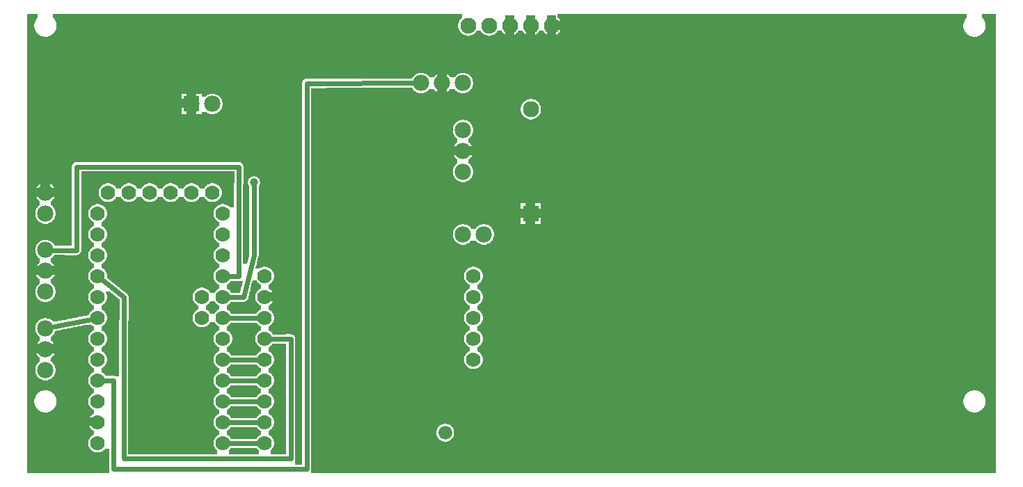
<source format=gbl>
G04 MADE WITH FRITZING*
G04 WWW.FRITZING.ORG*
G04 DOUBLE SIDED*
G04 HOLES PLATED*
G04 CONTOUR ON CENTER OF CONTOUR VECTOR*
%ASAXBY*%
%FSLAX23Y23*%
%MOIN*%
%OFA0B0*%
%SFA1.0B1.0*%
%ADD10C,0.075000*%
%ADD11C,0.077222*%
%ADD12C,0.076000*%
%ADD13C,0.070000*%
%ADD14C,0.066000*%
%ADD15C,0.078000*%
%ADD16C,0.039370*%
%ADD17R,0.077222X0.077222*%
%ADD18R,0.078000X0.078000*%
%ADD19C,0.024000*%
%LNCOPPER0*%
G90*
G70*
G54D10*
X235Y2191D03*
X1080Y699D03*
G54D11*
X2454Y1785D03*
X2454Y1285D03*
G54D12*
X2254Y2185D03*
X2354Y2185D03*
X2454Y2185D03*
X2554Y2185D03*
X2154Y2185D03*
X2254Y2185D03*
X2354Y2185D03*
X2454Y2185D03*
X2554Y2185D03*
X2154Y2185D03*
G54D13*
X2179Y985D03*
X2179Y885D03*
X2179Y785D03*
X2179Y685D03*
X2179Y585D03*
G54D14*
X2044Y235D03*
G54D13*
X1179Y985D03*
X1179Y885D03*
X1179Y785D03*
X1179Y685D03*
X1179Y585D03*
X1179Y485D03*
X1179Y385D03*
X1179Y285D03*
X1179Y185D03*
X379Y1185D03*
X379Y385D03*
X979Y585D03*
X379Y785D03*
X979Y185D03*
X979Y985D03*
X379Y185D03*
X379Y585D03*
X379Y985D03*
X879Y785D03*
X979Y385D03*
X979Y785D03*
X979Y1185D03*
X929Y1385D03*
X829Y1385D03*
X729Y1385D03*
X629Y1385D03*
X529Y1385D03*
X429Y1385D03*
X379Y285D03*
X379Y485D03*
X379Y685D03*
X379Y885D03*
X379Y1085D03*
X379Y1285D03*
X879Y885D03*
X979Y285D03*
X979Y485D03*
X979Y685D03*
X979Y885D03*
X979Y1085D03*
X979Y1285D03*
G54D15*
X129Y1385D03*
X129Y1285D03*
X2129Y1185D03*
X2229Y1185D03*
X129Y1110D03*
X129Y1010D03*
X129Y910D03*
X129Y735D03*
X129Y635D03*
X129Y535D03*
X2129Y1685D03*
X2129Y1585D03*
X2129Y1485D03*
X1929Y1910D03*
X2029Y1910D03*
X2129Y1910D03*
X829Y1810D03*
X929Y1810D03*
G54D16*
X1128Y1433D03*
G54D17*
X2454Y1285D03*
G54D18*
X829Y1810D03*
G54D19*
X1010Y785D02*
X1148Y785D01*
D02*
X1148Y285D02*
X1010Y285D01*
D02*
X1010Y185D02*
X1148Y185D01*
D02*
X1380Y60D02*
X456Y60D01*
D02*
X456Y60D02*
X454Y486D01*
D02*
X454Y486D02*
X410Y485D01*
D02*
X1380Y1909D02*
X1380Y60D01*
D02*
X1899Y1910D02*
X1380Y1909D01*
D02*
X1148Y585D02*
X1010Y585D01*
D02*
X505Y883D02*
X503Y111D01*
D02*
X503Y111D02*
X1304Y111D01*
D02*
X403Y965D02*
X505Y883D01*
D02*
X1304Y111D02*
X1303Y685D01*
D02*
X1303Y685D02*
X1210Y685D01*
D02*
X159Y740D02*
X348Y778D01*
D02*
X1054Y984D02*
X1055Y1509D01*
D02*
X1055Y1509D02*
X278Y1509D01*
D02*
X1010Y984D02*
X1054Y984D01*
D02*
X278Y1509D02*
X278Y1108D01*
D02*
X278Y1108D02*
X159Y1109D01*
D02*
X1078Y884D02*
X1010Y884D01*
D02*
X1128Y1414D02*
X1128Y1085D01*
D02*
X1128Y1085D02*
X1078Y884D01*
D02*
X1148Y485D02*
X1010Y485D01*
D02*
X1148Y385D02*
X1010Y385D01*
G36*
X40Y2242D02*
X40Y2132D01*
X118Y2132D01*
X118Y2134D01*
X110Y2134D01*
X110Y2136D01*
X106Y2136D01*
X106Y2138D01*
X102Y2138D01*
X102Y2140D01*
X98Y2140D01*
X98Y2142D01*
X96Y2142D01*
X96Y2144D01*
X94Y2144D01*
X94Y2146D01*
X92Y2146D01*
X92Y2148D01*
X90Y2148D01*
X90Y2150D01*
X88Y2150D01*
X88Y2152D01*
X86Y2152D01*
X86Y2154D01*
X84Y2154D01*
X84Y2158D01*
X82Y2158D01*
X82Y2162D01*
X80Y2162D01*
X80Y2166D01*
X78Y2166D01*
X78Y2174D01*
X76Y2174D01*
X76Y2196D01*
X78Y2196D01*
X78Y2202D01*
X80Y2202D01*
X80Y2208D01*
X82Y2208D01*
X82Y2212D01*
X84Y2212D01*
X84Y2214D01*
X86Y2214D01*
X86Y2218D01*
X88Y2218D01*
X88Y2220D01*
X90Y2220D01*
X90Y2222D01*
X92Y2222D01*
X92Y2242D01*
X40Y2242D01*
G37*
D02*
G36*
X166Y2242D02*
X166Y2222D01*
X168Y2222D01*
X168Y2220D01*
X170Y2220D01*
X170Y2218D01*
X172Y2218D01*
X172Y2214D01*
X174Y2214D01*
X174Y2210D01*
X176Y2210D01*
X176Y2208D01*
X178Y2208D01*
X178Y2202D01*
X180Y2202D01*
X180Y2196D01*
X182Y2196D01*
X182Y2174D01*
X180Y2174D01*
X180Y2168D01*
X178Y2168D01*
X178Y2162D01*
X176Y2162D01*
X176Y2158D01*
X174Y2158D01*
X174Y2154D01*
X172Y2154D01*
X172Y2152D01*
X170Y2152D01*
X170Y2150D01*
X168Y2150D01*
X168Y2148D01*
X166Y2148D01*
X166Y2146D01*
X164Y2146D01*
X164Y2144D01*
X162Y2144D01*
X162Y2142D01*
X160Y2142D01*
X160Y2140D01*
X156Y2140D01*
X156Y2138D01*
X152Y2138D01*
X152Y2136D01*
X2150Y2136D01*
X2150Y2138D01*
X2140Y2138D01*
X2140Y2140D01*
X2134Y2140D01*
X2134Y2142D01*
X2130Y2142D01*
X2130Y2144D01*
X2128Y2144D01*
X2128Y2146D01*
X2124Y2146D01*
X2124Y2148D01*
X2122Y2148D01*
X2122Y2150D01*
X2120Y2150D01*
X2120Y2152D01*
X2118Y2152D01*
X2118Y2154D01*
X2116Y2154D01*
X2116Y2158D01*
X2114Y2158D01*
X2114Y2160D01*
X2112Y2160D01*
X2112Y2164D01*
X2110Y2164D01*
X2110Y2168D01*
X2108Y2168D01*
X2108Y2176D01*
X2106Y2176D01*
X2106Y2194D01*
X2108Y2194D01*
X2108Y2200D01*
X2110Y2200D01*
X2110Y2206D01*
X2112Y2206D01*
X2112Y2210D01*
X2114Y2210D01*
X2114Y2212D01*
X2116Y2212D01*
X2116Y2214D01*
X2118Y2214D01*
X2118Y2218D01*
X2120Y2218D01*
X2120Y2220D01*
X2122Y2220D01*
X2122Y2222D01*
X2126Y2222D01*
X2126Y2242D01*
X166Y2242D01*
G37*
D02*
G36*
X2582Y2242D02*
X2582Y2222D01*
X2586Y2222D01*
X2586Y2220D01*
X2588Y2220D01*
X2588Y2218D01*
X2590Y2218D01*
X2590Y2214D01*
X2592Y2214D01*
X2592Y2212D01*
X2594Y2212D01*
X2594Y2210D01*
X2596Y2210D01*
X2596Y2206D01*
X2598Y2206D01*
X2598Y2200D01*
X2600Y2200D01*
X2600Y2194D01*
X2602Y2194D01*
X2602Y2176D01*
X2600Y2176D01*
X2600Y2168D01*
X2598Y2168D01*
X2598Y2164D01*
X2596Y2164D01*
X2596Y2160D01*
X2594Y2160D01*
X2594Y2158D01*
X2592Y2158D01*
X2592Y2154D01*
X2590Y2154D01*
X2590Y2152D01*
X2588Y2152D01*
X2588Y2150D01*
X2586Y2150D01*
X2586Y2148D01*
X2584Y2148D01*
X2584Y2146D01*
X2580Y2146D01*
X2580Y2144D01*
X2578Y2144D01*
X2578Y2142D01*
X2574Y2142D01*
X2574Y2140D01*
X2568Y2140D01*
X2568Y2138D01*
X2558Y2138D01*
X2558Y2136D01*
X4556Y2136D01*
X4556Y2138D01*
X4552Y2138D01*
X4552Y2140D01*
X4548Y2140D01*
X4548Y2142D01*
X4546Y2142D01*
X4546Y2144D01*
X4544Y2144D01*
X4544Y2146D01*
X4542Y2146D01*
X4542Y2148D01*
X4540Y2148D01*
X4540Y2150D01*
X4538Y2150D01*
X4538Y2152D01*
X4536Y2152D01*
X4536Y2154D01*
X4534Y2154D01*
X4534Y2158D01*
X4532Y2158D01*
X4532Y2162D01*
X4530Y2162D01*
X4530Y2166D01*
X4528Y2166D01*
X4528Y2174D01*
X4526Y2174D01*
X4526Y2196D01*
X4528Y2196D01*
X4528Y2202D01*
X4530Y2202D01*
X4530Y2208D01*
X4532Y2208D01*
X4532Y2212D01*
X4534Y2212D01*
X4534Y2214D01*
X4536Y2214D01*
X4536Y2218D01*
X4538Y2218D01*
X4538Y2220D01*
X4540Y2220D01*
X4540Y2222D01*
X4542Y2222D01*
X4542Y2242D01*
X2582Y2242D01*
G37*
D02*
G36*
X4616Y2242D02*
X4616Y2222D01*
X4618Y2222D01*
X4618Y2220D01*
X4620Y2220D01*
X4620Y2218D01*
X4622Y2218D01*
X4622Y2214D01*
X4624Y2214D01*
X4624Y2210D01*
X4626Y2210D01*
X4626Y2208D01*
X4628Y2208D01*
X4628Y2202D01*
X4630Y2202D01*
X4630Y2196D01*
X4632Y2196D01*
X4632Y2174D01*
X4630Y2174D01*
X4630Y2168D01*
X4628Y2168D01*
X4628Y2162D01*
X4626Y2162D01*
X4626Y2158D01*
X4624Y2158D01*
X4624Y2154D01*
X4622Y2154D01*
X4622Y2152D01*
X4620Y2152D01*
X4620Y2150D01*
X4618Y2150D01*
X4618Y2148D01*
X4616Y2148D01*
X4616Y2146D01*
X4614Y2146D01*
X4614Y2144D01*
X4612Y2144D01*
X4612Y2142D01*
X4610Y2142D01*
X4610Y2140D01*
X4606Y2140D01*
X4606Y2138D01*
X4602Y2138D01*
X4602Y2136D01*
X4598Y2136D01*
X4598Y2134D01*
X4590Y2134D01*
X4590Y2132D01*
X4682Y2132D01*
X4682Y2242D01*
X4616Y2242D01*
G37*
D02*
G36*
X2194Y2160D02*
X2194Y2158D01*
X2192Y2158D01*
X2192Y2154D01*
X2190Y2154D01*
X2190Y2152D01*
X2188Y2152D01*
X2188Y2150D01*
X2186Y2150D01*
X2186Y2148D01*
X2184Y2148D01*
X2184Y2146D01*
X2180Y2146D01*
X2180Y2144D01*
X2178Y2144D01*
X2178Y2142D01*
X2174Y2142D01*
X2174Y2140D01*
X2168Y2140D01*
X2168Y2138D01*
X2158Y2138D01*
X2158Y2136D01*
X2250Y2136D01*
X2250Y2138D01*
X2240Y2138D01*
X2240Y2140D01*
X2234Y2140D01*
X2234Y2142D01*
X2230Y2142D01*
X2230Y2144D01*
X2228Y2144D01*
X2228Y2146D01*
X2224Y2146D01*
X2224Y2148D01*
X2222Y2148D01*
X2222Y2150D01*
X2220Y2150D01*
X2220Y2152D01*
X2218Y2152D01*
X2218Y2154D01*
X2216Y2154D01*
X2216Y2158D01*
X2214Y2158D01*
X2214Y2160D01*
X2194Y2160D01*
G37*
D02*
G36*
X2294Y2160D02*
X2294Y2158D01*
X2292Y2158D01*
X2292Y2154D01*
X2290Y2154D01*
X2290Y2152D01*
X2288Y2152D01*
X2288Y2150D01*
X2286Y2150D01*
X2286Y2148D01*
X2284Y2148D01*
X2284Y2146D01*
X2280Y2146D01*
X2280Y2144D01*
X2278Y2144D01*
X2278Y2142D01*
X2274Y2142D01*
X2274Y2140D01*
X2268Y2140D01*
X2268Y2138D01*
X2258Y2138D01*
X2258Y2136D01*
X2350Y2136D01*
X2350Y2138D01*
X2340Y2138D01*
X2340Y2140D01*
X2334Y2140D01*
X2334Y2142D01*
X2330Y2142D01*
X2330Y2144D01*
X2328Y2144D01*
X2328Y2146D01*
X2324Y2146D01*
X2324Y2148D01*
X2322Y2148D01*
X2322Y2150D01*
X2320Y2150D01*
X2320Y2152D01*
X2318Y2152D01*
X2318Y2154D01*
X2316Y2154D01*
X2316Y2158D01*
X2314Y2158D01*
X2314Y2160D01*
X2294Y2160D01*
G37*
D02*
G36*
X2394Y2160D02*
X2394Y2158D01*
X2392Y2158D01*
X2392Y2154D01*
X2390Y2154D01*
X2390Y2152D01*
X2388Y2152D01*
X2388Y2150D01*
X2386Y2150D01*
X2386Y2148D01*
X2384Y2148D01*
X2384Y2146D01*
X2380Y2146D01*
X2380Y2144D01*
X2378Y2144D01*
X2378Y2142D01*
X2374Y2142D01*
X2374Y2140D01*
X2368Y2140D01*
X2368Y2138D01*
X2358Y2138D01*
X2358Y2136D01*
X2450Y2136D01*
X2450Y2138D01*
X2440Y2138D01*
X2440Y2140D01*
X2434Y2140D01*
X2434Y2142D01*
X2430Y2142D01*
X2430Y2144D01*
X2428Y2144D01*
X2428Y2146D01*
X2424Y2146D01*
X2424Y2148D01*
X2422Y2148D01*
X2422Y2150D01*
X2420Y2150D01*
X2420Y2152D01*
X2418Y2152D01*
X2418Y2154D01*
X2416Y2154D01*
X2416Y2158D01*
X2414Y2158D01*
X2414Y2160D01*
X2394Y2160D01*
G37*
D02*
G36*
X2494Y2160D02*
X2494Y2158D01*
X2492Y2158D01*
X2492Y2154D01*
X2490Y2154D01*
X2490Y2152D01*
X2488Y2152D01*
X2488Y2150D01*
X2486Y2150D01*
X2486Y2148D01*
X2484Y2148D01*
X2484Y2146D01*
X2480Y2146D01*
X2480Y2144D01*
X2478Y2144D01*
X2478Y2142D01*
X2474Y2142D01*
X2474Y2140D01*
X2468Y2140D01*
X2468Y2138D01*
X2458Y2138D01*
X2458Y2136D01*
X2550Y2136D01*
X2550Y2138D01*
X2540Y2138D01*
X2540Y2140D01*
X2534Y2140D01*
X2534Y2142D01*
X2530Y2142D01*
X2530Y2144D01*
X2528Y2144D01*
X2528Y2146D01*
X2524Y2146D01*
X2524Y2148D01*
X2522Y2148D01*
X2522Y2150D01*
X2520Y2150D01*
X2520Y2152D01*
X2518Y2152D01*
X2518Y2154D01*
X2516Y2154D01*
X2516Y2158D01*
X2514Y2158D01*
X2514Y2160D01*
X2494Y2160D01*
G37*
D02*
G36*
X148Y2136D02*
X148Y2134D01*
X4560Y2134D01*
X4560Y2136D01*
X148Y2136D01*
G37*
D02*
G36*
X148Y2136D02*
X148Y2134D01*
X4560Y2134D01*
X4560Y2136D01*
X148Y2136D01*
G37*
D02*
G36*
X148Y2136D02*
X148Y2134D01*
X4560Y2134D01*
X4560Y2136D01*
X148Y2136D01*
G37*
D02*
G36*
X148Y2136D02*
X148Y2134D01*
X4560Y2134D01*
X4560Y2136D01*
X148Y2136D01*
G37*
D02*
G36*
X148Y2136D02*
X148Y2134D01*
X4560Y2134D01*
X4560Y2136D01*
X148Y2136D01*
G37*
D02*
G36*
X148Y2136D02*
X148Y2134D01*
X4560Y2134D01*
X4560Y2136D01*
X148Y2136D01*
G37*
D02*
G36*
X140Y2134D02*
X140Y2132D01*
X4568Y2132D01*
X4568Y2134D01*
X140Y2134D01*
G37*
D02*
G36*
X40Y2132D02*
X40Y2130D01*
X4682Y2130D01*
X4682Y2132D01*
X40Y2132D01*
G37*
D02*
G36*
X40Y2132D02*
X40Y2130D01*
X4682Y2130D01*
X4682Y2132D01*
X40Y2132D01*
G37*
D02*
G36*
X40Y2132D02*
X40Y2130D01*
X4682Y2130D01*
X4682Y2132D01*
X40Y2132D01*
G37*
D02*
G36*
X40Y2130D02*
X40Y1958D01*
X2142Y1958D01*
X2142Y1956D01*
X2148Y1956D01*
X2148Y1954D01*
X2152Y1954D01*
X2152Y1952D01*
X2156Y1952D01*
X2156Y1950D01*
X2158Y1950D01*
X2158Y1948D01*
X2160Y1948D01*
X2160Y1946D01*
X2162Y1946D01*
X2162Y1944D01*
X2164Y1944D01*
X2164Y1942D01*
X2166Y1942D01*
X2166Y1940D01*
X2168Y1940D01*
X2168Y1938D01*
X2170Y1938D01*
X2170Y1934D01*
X2172Y1934D01*
X2172Y1930D01*
X2174Y1930D01*
X2174Y1926D01*
X2176Y1926D01*
X2176Y1918D01*
X2178Y1918D01*
X2178Y1900D01*
X2176Y1900D01*
X2176Y1894D01*
X2174Y1894D01*
X2174Y1888D01*
X2172Y1888D01*
X2172Y1886D01*
X2170Y1886D01*
X2170Y1882D01*
X2168Y1882D01*
X2168Y1880D01*
X2166Y1880D01*
X2166Y1876D01*
X2164Y1876D01*
X2164Y1874D01*
X2160Y1874D01*
X2160Y1872D01*
X2158Y1872D01*
X2158Y1870D01*
X2156Y1870D01*
X2156Y1868D01*
X2152Y1868D01*
X2152Y1866D01*
X2148Y1866D01*
X2148Y1864D01*
X2142Y1864D01*
X2142Y1862D01*
X2132Y1862D01*
X2132Y1860D01*
X4682Y1860D01*
X4682Y2130D01*
X40Y2130D01*
G37*
D02*
G36*
X40Y1958D02*
X40Y1858D01*
X942Y1858D01*
X942Y1856D01*
X948Y1856D01*
X948Y1854D01*
X952Y1854D01*
X952Y1852D01*
X956Y1852D01*
X956Y1850D01*
X958Y1850D01*
X958Y1848D01*
X960Y1848D01*
X960Y1846D01*
X962Y1846D01*
X962Y1844D01*
X964Y1844D01*
X964Y1842D01*
X966Y1842D01*
X966Y1840D01*
X968Y1840D01*
X968Y1838D01*
X970Y1838D01*
X970Y1834D01*
X972Y1834D01*
X972Y1830D01*
X974Y1830D01*
X974Y1826D01*
X976Y1826D01*
X976Y1818D01*
X978Y1818D01*
X978Y1800D01*
X976Y1800D01*
X976Y1794D01*
X974Y1794D01*
X974Y1788D01*
X972Y1788D01*
X972Y1786D01*
X970Y1786D01*
X970Y1782D01*
X968Y1782D01*
X968Y1780D01*
X966Y1780D01*
X966Y1776D01*
X964Y1776D01*
X964Y1774D01*
X960Y1774D01*
X960Y1772D01*
X958Y1772D01*
X958Y1770D01*
X956Y1770D01*
X956Y1768D01*
X952Y1768D01*
X952Y1766D01*
X948Y1766D01*
X948Y1764D01*
X942Y1764D01*
X942Y1762D01*
X932Y1762D01*
X932Y1760D01*
X1358Y1760D01*
X1358Y1916D01*
X1360Y1916D01*
X1360Y1920D01*
X1362Y1920D01*
X1362Y1924D01*
X1364Y1924D01*
X1364Y1926D01*
X1368Y1926D01*
X1368Y1928D01*
X1370Y1928D01*
X1370Y1930D01*
X1466Y1930D01*
X1466Y1932D01*
X1886Y1932D01*
X1886Y1934D01*
X1888Y1934D01*
X1888Y1938D01*
X1890Y1938D01*
X1890Y1940D01*
X1892Y1940D01*
X1892Y1942D01*
X1894Y1942D01*
X1894Y1944D01*
X1896Y1944D01*
X1896Y1946D01*
X1898Y1946D01*
X1898Y1948D01*
X1900Y1948D01*
X1900Y1950D01*
X1902Y1950D01*
X1902Y1952D01*
X1906Y1952D01*
X1906Y1954D01*
X1910Y1954D01*
X1910Y1956D01*
X1916Y1956D01*
X1916Y1958D01*
X40Y1958D01*
G37*
D02*
G36*
X1942Y1958D02*
X1942Y1956D01*
X1948Y1956D01*
X1948Y1954D01*
X1952Y1954D01*
X1952Y1952D01*
X1956Y1952D01*
X1956Y1950D01*
X1958Y1950D01*
X1958Y1948D01*
X1960Y1948D01*
X1960Y1946D01*
X1962Y1946D01*
X1962Y1944D01*
X1964Y1944D01*
X1964Y1942D01*
X1966Y1942D01*
X1966Y1940D01*
X1968Y1940D01*
X1968Y1938D01*
X1990Y1938D01*
X1990Y1940D01*
X1992Y1940D01*
X1992Y1942D01*
X1994Y1942D01*
X1994Y1944D01*
X1996Y1944D01*
X1996Y1946D01*
X1998Y1946D01*
X1998Y1948D01*
X2000Y1948D01*
X2000Y1950D01*
X2002Y1950D01*
X2002Y1952D01*
X2006Y1952D01*
X2006Y1954D01*
X2010Y1954D01*
X2010Y1956D01*
X2016Y1956D01*
X2016Y1958D01*
X1942Y1958D01*
G37*
D02*
G36*
X2042Y1958D02*
X2042Y1956D01*
X2048Y1956D01*
X2048Y1954D01*
X2052Y1954D01*
X2052Y1952D01*
X2056Y1952D01*
X2056Y1950D01*
X2058Y1950D01*
X2058Y1948D01*
X2060Y1948D01*
X2060Y1946D01*
X2062Y1946D01*
X2062Y1944D01*
X2064Y1944D01*
X2064Y1942D01*
X2066Y1942D01*
X2066Y1940D01*
X2068Y1940D01*
X2068Y1938D01*
X2090Y1938D01*
X2090Y1940D01*
X2092Y1940D01*
X2092Y1942D01*
X2094Y1942D01*
X2094Y1944D01*
X2096Y1944D01*
X2096Y1946D01*
X2098Y1946D01*
X2098Y1948D01*
X2100Y1948D01*
X2100Y1950D01*
X2102Y1950D01*
X2102Y1952D01*
X2106Y1952D01*
X2106Y1954D01*
X2110Y1954D01*
X2110Y1956D01*
X2116Y1956D01*
X2116Y1958D01*
X2042Y1958D01*
G37*
D02*
G36*
X1474Y1888D02*
X1474Y1886D01*
X1402Y1886D01*
X1402Y1860D01*
X1926Y1860D01*
X1926Y1862D01*
X1916Y1862D01*
X1916Y1864D01*
X1910Y1864D01*
X1910Y1866D01*
X1906Y1866D01*
X1906Y1868D01*
X1902Y1868D01*
X1902Y1870D01*
X1900Y1870D01*
X1900Y1872D01*
X1896Y1872D01*
X1896Y1874D01*
X1894Y1874D01*
X1894Y1876D01*
X1892Y1876D01*
X1892Y1880D01*
X1890Y1880D01*
X1890Y1882D01*
X1888Y1882D01*
X1888Y1884D01*
X1886Y1884D01*
X1886Y1888D01*
X1474Y1888D01*
G37*
D02*
G36*
X1968Y1882D02*
X1968Y1880D01*
X1966Y1880D01*
X1966Y1876D01*
X1964Y1876D01*
X1964Y1874D01*
X1960Y1874D01*
X1960Y1872D01*
X1958Y1872D01*
X1958Y1870D01*
X1956Y1870D01*
X1956Y1868D01*
X1952Y1868D01*
X1952Y1866D01*
X1948Y1866D01*
X1948Y1864D01*
X1942Y1864D01*
X1942Y1862D01*
X1932Y1862D01*
X1932Y1860D01*
X2026Y1860D01*
X2026Y1862D01*
X2016Y1862D01*
X2016Y1864D01*
X2010Y1864D01*
X2010Y1866D01*
X2006Y1866D01*
X2006Y1868D01*
X2002Y1868D01*
X2002Y1870D01*
X2000Y1870D01*
X2000Y1872D01*
X1996Y1872D01*
X1996Y1874D01*
X1994Y1874D01*
X1994Y1876D01*
X1992Y1876D01*
X1992Y1880D01*
X1990Y1880D01*
X1990Y1882D01*
X1968Y1882D01*
G37*
D02*
G36*
X2068Y1882D02*
X2068Y1880D01*
X2066Y1880D01*
X2066Y1876D01*
X2064Y1876D01*
X2064Y1874D01*
X2060Y1874D01*
X2060Y1872D01*
X2058Y1872D01*
X2058Y1870D01*
X2056Y1870D01*
X2056Y1868D01*
X2052Y1868D01*
X2052Y1866D01*
X2048Y1866D01*
X2048Y1864D01*
X2042Y1864D01*
X2042Y1862D01*
X2032Y1862D01*
X2032Y1860D01*
X2126Y1860D01*
X2126Y1862D01*
X2116Y1862D01*
X2116Y1864D01*
X2110Y1864D01*
X2110Y1866D01*
X2106Y1866D01*
X2106Y1868D01*
X2102Y1868D01*
X2102Y1870D01*
X2100Y1870D01*
X2100Y1872D01*
X2096Y1872D01*
X2096Y1874D01*
X2094Y1874D01*
X2094Y1876D01*
X2092Y1876D01*
X2092Y1880D01*
X2090Y1880D01*
X2090Y1882D01*
X2068Y1882D01*
G37*
D02*
G36*
X1402Y1860D02*
X1402Y1858D01*
X4682Y1858D01*
X4682Y1860D01*
X1402Y1860D01*
G37*
D02*
G36*
X1402Y1860D02*
X1402Y1858D01*
X4682Y1858D01*
X4682Y1860D01*
X1402Y1860D01*
G37*
D02*
G36*
X1402Y1860D02*
X1402Y1858D01*
X4682Y1858D01*
X4682Y1860D01*
X1402Y1860D01*
G37*
D02*
G36*
X1402Y1860D02*
X1402Y1858D01*
X4682Y1858D01*
X4682Y1860D01*
X1402Y1860D01*
G37*
D02*
G36*
X40Y1858D02*
X40Y1760D01*
X780Y1760D01*
X780Y1858D01*
X40Y1858D01*
G37*
D02*
G36*
X878Y1858D02*
X878Y1846D01*
X898Y1846D01*
X898Y1848D01*
X900Y1848D01*
X900Y1850D01*
X902Y1850D01*
X902Y1852D01*
X906Y1852D01*
X906Y1854D01*
X910Y1854D01*
X910Y1856D01*
X916Y1856D01*
X916Y1858D01*
X878Y1858D01*
G37*
D02*
G36*
X1402Y1858D02*
X1402Y1834D01*
X2460Y1834D01*
X2460Y1832D01*
X2468Y1832D01*
X2468Y1830D01*
X2474Y1830D01*
X2474Y1828D01*
X2478Y1828D01*
X2478Y1826D01*
X2482Y1826D01*
X2482Y1824D01*
X2484Y1824D01*
X2484Y1822D01*
X2486Y1822D01*
X2486Y1820D01*
X2488Y1820D01*
X2488Y1818D01*
X2490Y1818D01*
X2490Y1816D01*
X2492Y1816D01*
X2492Y1814D01*
X2494Y1814D01*
X2494Y1810D01*
X2496Y1810D01*
X2496Y1806D01*
X2498Y1806D01*
X2498Y1802D01*
X2500Y1802D01*
X2500Y1796D01*
X2502Y1796D01*
X2502Y1774D01*
X2500Y1774D01*
X2500Y1766D01*
X2498Y1766D01*
X2498Y1762D01*
X2496Y1762D01*
X2496Y1760D01*
X2494Y1760D01*
X2494Y1756D01*
X2492Y1756D01*
X2492Y1754D01*
X2490Y1754D01*
X2490Y1752D01*
X2488Y1752D01*
X2488Y1750D01*
X2486Y1750D01*
X2486Y1748D01*
X2484Y1748D01*
X2484Y1746D01*
X2482Y1746D01*
X2482Y1744D01*
X2478Y1744D01*
X2478Y1742D01*
X2474Y1742D01*
X2474Y1740D01*
X2470Y1740D01*
X2470Y1738D01*
X2462Y1738D01*
X2462Y1736D01*
X4682Y1736D01*
X4682Y1858D01*
X1402Y1858D01*
G37*
D02*
G36*
X1402Y1834D02*
X1402Y1736D01*
X2446Y1736D01*
X2446Y1738D01*
X2438Y1738D01*
X2438Y1740D01*
X2434Y1740D01*
X2434Y1742D01*
X2430Y1742D01*
X2430Y1744D01*
X2426Y1744D01*
X2426Y1746D01*
X2424Y1746D01*
X2424Y1748D01*
X2422Y1748D01*
X2422Y1750D01*
X2420Y1750D01*
X2420Y1752D01*
X2418Y1752D01*
X2418Y1754D01*
X2416Y1754D01*
X2416Y1756D01*
X2414Y1756D01*
X2414Y1758D01*
X2412Y1758D01*
X2412Y1762D01*
X2410Y1762D01*
X2410Y1766D01*
X2408Y1766D01*
X2408Y1774D01*
X2406Y1774D01*
X2406Y1796D01*
X2408Y1796D01*
X2408Y1804D01*
X2410Y1804D01*
X2410Y1806D01*
X2412Y1806D01*
X2412Y1810D01*
X2414Y1810D01*
X2414Y1814D01*
X2416Y1814D01*
X2416Y1816D01*
X2418Y1816D01*
X2418Y1818D01*
X2420Y1818D01*
X2420Y1820D01*
X2422Y1820D01*
X2422Y1822D01*
X2424Y1822D01*
X2424Y1824D01*
X2426Y1824D01*
X2426Y1826D01*
X2430Y1826D01*
X2430Y1828D01*
X2434Y1828D01*
X2434Y1830D01*
X2440Y1830D01*
X2440Y1832D01*
X2448Y1832D01*
X2448Y1834D01*
X1402Y1834D01*
G37*
D02*
G36*
X878Y1772D02*
X878Y1760D01*
X926Y1760D01*
X926Y1762D01*
X916Y1762D01*
X916Y1764D01*
X910Y1764D01*
X910Y1766D01*
X906Y1766D01*
X906Y1768D01*
X902Y1768D01*
X902Y1770D01*
X900Y1770D01*
X900Y1772D01*
X878Y1772D01*
G37*
D02*
G36*
X40Y1760D02*
X40Y1758D01*
X1358Y1758D01*
X1358Y1760D01*
X40Y1760D01*
G37*
D02*
G36*
X40Y1760D02*
X40Y1758D01*
X1358Y1758D01*
X1358Y1760D01*
X40Y1760D01*
G37*
D02*
G36*
X40Y1760D02*
X40Y1758D01*
X1358Y1758D01*
X1358Y1760D01*
X40Y1760D01*
G37*
D02*
G36*
X40Y1758D02*
X40Y1532D01*
X1060Y1532D01*
X1060Y1530D01*
X1066Y1530D01*
X1066Y1528D01*
X1068Y1528D01*
X1068Y1526D01*
X1070Y1526D01*
X1070Y1524D01*
X1072Y1524D01*
X1072Y1522D01*
X1074Y1522D01*
X1074Y1518D01*
X1076Y1518D01*
X1076Y1512D01*
X1078Y1512D01*
X1078Y1464D01*
X1130Y1464D01*
X1130Y1462D01*
X1138Y1462D01*
X1138Y1460D01*
X1142Y1460D01*
X1142Y1458D01*
X1146Y1458D01*
X1146Y1456D01*
X1148Y1456D01*
X1148Y1454D01*
X1150Y1454D01*
X1150Y1452D01*
X1152Y1452D01*
X1152Y1450D01*
X1154Y1450D01*
X1154Y1446D01*
X1156Y1446D01*
X1156Y1438D01*
X1158Y1438D01*
X1158Y1428D01*
X1156Y1428D01*
X1156Y1422D01*
X1154Y1422D01*
X1154Y1418D01*
X1152Y1418D01*
X1152Y1416D01*
X1150Y1416D01*
X1150Y1080D01*
X1148Y1080D01*
X1148Y1070D01*
X1146Y1070D01*
X1146Y1062D01*
X1144Y1062D01*
X1144Y1054D01*
X1142Y1054D01*
X1142Y1046D01*
X1140Y1046D01*
X1140Y1038D01*
X1138Y1038D01*
X1138Y1030D01*
X1186Y1030D01*
X1186Y1028D01*
X1194Y1028D01*
X1194Y1026D01*
X1198Y1026D01*
X1198Y1024D01*
X1202Y1024D01*
X1202Y1022D01*
X1206Y1022D01*
X1206Y1020D01*
X1208Y1020D01*
X1208Y1018D01*
X1210Y1018D01*
X1210Y1016D01*
X1212Y1016D01*
X1212Y1014D01*
X1214Y1014D01*
X1214Y1012D01*
X1216Y1012D01*
X1216Y1008D01*
X1218Y1008D01*
X1218Y1004D01*
X1220Y1004D01*
X1220Y1000D01*
X1222Y1000D01*
X1222Y994D01*
X1224Y994D01*
X1224Y976D01*
X1222Y976D01*
X1222Y970D01*
X1220Y970D01*
X1220Y964D01*
X1218Y964D01*
X1218Y962D01*
X1216Y962D01*
X1216Y958D01*
X1214Y958D01*
X1214Y956D01*
X1212Y956D01*
X1212Y954D01*
X1210Y954D01*
X1210Y952D01*
X1208Y952D01*
X1208Y950D01*
X1206Y950D01*
X1206Y948D01*
X1204Y948D01*
X1204Y946D01*
X1200Y946D01*
X1200Y944D01*
X1198Y944D01*
X1198Y924D01*
X1202Y924D01*
X1202Y922D01*
X1206Y922D01*
X1206Y920D01*
X1208Y920D01*
X1208Y918D01*
X1210Y918D01*
X1210Y916D01*
X1212Y916D01*
X1212Y914D01*
X1214Y914D01*
X1214Y912D01*
X1216Y912D01*
X1216Y908D01*
X1218Y908D01*
X1218Y904D01*
X1220Y904D01*
X1220Y900D01*
X1222Y900D01*
X1222Y894D01*
X1224Y894D01*
X1224Y876D01*
X1222Y876D01*
X1222Y870D01*
X1220Y870D01*
X1220Y864D01*
X1218Y864D01*
X1218Y862D01*
X1216Y862D01*
X1216Y858D01*
X1214Y858D01*
X1214Y856D01*
X1212Y856D01*
X1212Y854D01*
X1210Y854D01*
X1210Y852D01*
X1208Y852D01*
X1208Y850D01*
X1206Y850D01*
X1206Y848D01*
X1204Y848D01*
X1204Y846D01*
X1200Y846D01*
X1200Y844D01*
X1198Y844D01*
X1198Y824D01*
X1202Y824D01*
X1202Y822D01*
X1206Y822D01*
X1206Y820D01*
X1208Y820D01*
X1208Y818D01*
X1210Y818D01*
X1210Y816D01*
X1212Y816D01*
X1212Y814D01*
X1214Y814D01*
X1214Y812D01*
X1216Y812D01*
X1216Y808D01*
X1218Y808D01*
X1218Y804D01*
X1220Y804D01*
X1220Y800D01*
X1222Y800D01*
X1222Y794D01*
X1224Y794D01*
X1224Y776D01*
X1222Y776D01*
X1222Y770D01*
X1220Y770D01*
X1220Y764D01*
X1218Y764D01*
X1218Y762D01*
X1216Y762D01*
X1216Y758D01*
X1214Y758D01*
X1214Y756D01*
X1212Y756D01*
X1212Y754D01*
X1210Y754D01*
X1210Y752D01*
X1208Y752D01*
X1208Y750D01*
X1206Y750D01*
X1206Y748D01*
X1204Y748D01*
X1204Y746D01*
X1200Y746D01*
X1200Y744D01*
X1198Y744D01*
X1198Y724D01*
X1202Y724D01*
X1202Y722D01*
X1206Y722D01*
X1206Y720D01*
X1208Y720D01*
X1208Y718D01*
X1210Y718D01*
X1210Y716D01*
X1212Y716D01*
X1212Y714D01*
X1214Y714D01*
X1214Y712D01*
X1216Y712D01*
X1216Y708D01*
X1304Y708D01*
X1304Y706D01*
X1312Y706D01*
X1312Y704D01*
X1316Y704D01*
X1316Y702D01*
X1318Y702D01*
X1318Y700D01*
X1320Y700D01*
X1320Y698D01*
X1322Y698D01*
X1322Y694D01*
X1324Y694D01*
X1324Y686D01*
X1326Y686D01*
X1326Y104D01*
X1324Y104D01*
X1324Y82D01*
X1358Y82D01*
X1358Y1758D01*
X40Y1758D01*
G37*
D02*
G36*
X1402Y1736D02*
X1402Y1734D01*
X4682Y1734D01*
X4682Y1736D01*
X1402Y1736D01*
G37*
D02*
G36*
X1402Y1736D02*
X1402Y1734D01*
X4682Y1734D01*
X4682Y1736D01*
X1402Y1736D01*
G37*
D02*
G36*
X1402Y1734D02*
X1402Y1436D01*
X2118Y1436D01*
X2118Y1438D01*
X2112Y1438D01*
X2112Y1440D01*
X2108Y1440D01*
X2108Y1442D01*
X2104Y1442D01*
X2104Y1444D01*
X2100Y1444D01*
X2100Y1446D01*
X2098Y1446D01*
X2098Y1448D01*
X2096Y1448D01*
X2096Y1450D01*
X2094Y1450D01*
X2094Y1452D01*
X2092Y1452D01*
X2092Y1454D01*
X2090Y1454D01*
X2090Y1456D01*
X2088Y1456D01*
X2088Y1460D01*
X2086Y1460D01*
X2086Y1464D01*
X2084Y1464D01*
X2084Y1468D01*
X2082Y1468D01*
X2082Y1476D01*
X2080Y1476D01*
X2080Y1494D01*
X2082Y1494D01*
X2082Y1502D01*
X2084Y1502D01*
X2084Y1506D01*
X2086Y1506D01*
X2086Y1510D01*
X2088Y1510D01*
X2088Y1512D01*
X2090Y1512D01*
X2090Y1516D01*
X2092Y1516D01*
X2092Y1518D01*
X2094Y1518D01*
X2094Y1520D01*
X2096Y1520D01*
X2096Y1522D01*
X2098Y1522D01*
X2098Y1524D01*
X2102Y1524D01*
X2102Y1544D01*
X2100Y1544D01*
X2100Y1546D01*
X2098Y1546D01*
X2098Y1548D01*
X2096Y1548D01*
X2096Y1550D01*
X2094Y1550D01*
X2094Y1552D01*
X2092Y1552D01*
X2092Y1554D01*
X2090Y1554D01*
X2090Y1556D01*
X2088Y1556D01*
X2088Y1560D01*
X2086Y1560D01*
X2086Y1564D01*
X2084Y1564D01*
X2084Y1568D01*
X2082Y1568D01*
X2082Y1576D01*
X2080Y1576D01*
X2080Y1594D01*
X2082Y1594D01*
X2082Y1602D01*
X2084Y1602D01*
X2084Y1606D01*
X2086Y1606D01*
X2086Y1610D01*
X2088Y1610D01*
X2088Y1612D01*
X2090Y1612D01*
X2090Y1616D01*
X2092Y1616D01*
X2092Y1618D01*
X2094Y1618D01*
X2094Y1620D01*
X2096Y1620D01*
X2096Y1622D01*
X2098Y1622D01*
X2098Y1624D01*
X2102Y1624D01*
X2102Y1644D01*
X2100Y1644D01*
X2100Y1646D01*
X2098Y1646D01*
X2098Y1648D01*
X2096Y1648D01*
X2096Y1650D01*
X2094Y1650D01*
X2094Y1652D01*
X2092Y1652D01*
X2092Y1654D01*
X2090Y1654D01*
X2090Y1656D01*
X2088Y1656D01*
X2088Y1660D01*
X2086Y1660D01*
X2086Y1664D01*
X2084Y1664D01*
X2084Y1668D01*
X2082Y1668D01*
X2082Y1676D01*
X2080Y1676D01*
X2080Y1694D01*
X2082Y1694D01*
X2082Y1702D01*
X2084Y1702D01*
X2084Y1706D01*
X2086Y1706D01*
X2086Y1710D01*
X2088Y1710D01*
X2088Y1712D01*
X2090Y1712D01*
X2090Y1716D01*
X2092Y1716D01*
X2092Y1718D01*
X2094Y1718D01*
X2094Y1720D01*
X2096Y1720D01*
X2096Y1722D01*
X2098Y1722D01*
X2098Y1724D01*
X2102Y1724D01*
X2102Y1726D01*
X2104Y1726D01*
X2104Y1728D01*
X2108Y1728D01*
X2108Y1730D01*
X2114Y1730D01*
X2114Y1732D01*
X2120Y1732D01*
X2120Y1734D01*
X1402Y1734D01*
G37*
D02*
G36*
X2136Y1734D02*
X2136Y1732D01*
X2144Y1732D01*
X2144Y1730D01*
X2150Y1730D01*
X2150Y1728D01*
X2154Y1728D01*
X2154Y1726D01*
X2156Y1726D01*
X2156Y1724D01*
X2160Y1724D01*
X2160Y1722D01*
X2162Y1722D01*
X2162Y1720D01*
X2164Y1720D01*
X2164Y1718D01*
X2166Y1718D01*
X2166Y1716D01*
X2168Y1716D01*
X2168Y1712D01*
X2170Y1712D01*
X2170Y1710D01*
X2172Y1710D01*
X2172Y1706D01*
X2174Y1706D01*
X2174Y1700D01*
X2176Y1700D01*
X2176Y1694D01*
X2178Y1694D01*
X2178Y1676D01*
X2176Y1676D01*
X2176Y1668D01*
X2174Y1668D01*
X2174Y1664D01*
X2172Y1664D01*
X2172Y1660D01*
X2170Y1660D01*
X2170Y1656D01*
X2168Y1656D01*
X2168Y1654D01*
X2166Y1654D01*
X2166Y1652D01*
X2164Y1652D01*
X2164Y1650D01*
X2162Y1650D01*
X2162Y1648D01*
X2160Y1648D01*
X2160Y1646D01*
X2158Y1646D01*
X2158Y1644D01*
X2156Y1644D01*
X2156Y1624D01*
X2160Y1624D01*
X2160Y1622D01*
X2162Y1622D01*
X2162Y1620D01*
X2164Y1620D01*
X2164Y1618D01*
X2166Y1618D01*
X2166Y1616D01*
X2168Y1616D01*
X2168Y1612D01*
X2170Y1612D01*
X2170Y1610D01*
X2172Y1610D01*
X2172Y1606D01*
X2174Y1606D01*
X2174Y1600D01*
X2176Y1600D01*
X2176Y1594D01*
X2178Y1594D01*
X2178Y1576D01*
X2176Y1576D01*
X2176Y1568D01*
X2174Y1568D01*
X2174Y1564D01*
X2172Y1564D01*
X2172Y1560D01*
X2170Y1560D01*
X2170Y1556D01*
X2168Y1556D01*
X2168Y1554D01*
X2166Y1554D01*
X2166Y1552D01*
X2164Y1552D01*
X2164Y1550D01*
X2162Y1550D01*
X2162Y1548D01*
X2160Y1548D01*
X2160Y1546D01*
X2158Y1546D01*
X2158Y1544D01*
X2156Y1544D01*
X2156Y1524D01*
X2160Y1524D01*
X2160Y1522D01*
X2162Y1522D01*
X2162Y1520D01*
X2164Y1520D01*
X2164Y1518D01*
X2166Y1518D01*
X2166Y1516D01*
X2168Y1516D01*
X2168Y1512D01*
X2170Y1512D01*
X2170Y1510D01*
X2172Y1510D01*
X2172Y1506D01*
X2174Y1506D01*
X2174Y1500D01*
X2176Y1500D01*
X2176Y1494D01*
X2178Y1494D01*
X2178Y1476D01*
X2176Y1476D01*
X2176Y1468D01*
X2174Y1468D01*
X2174Y1464D01*
X2172Y1464D01*
X2172Y1460D01*
X2170Y1460D01*
X2170Y1456D01*
X2168Y1456D01*
X2168Y1454D01*
X2166Y1454D01*
X2166Y1452D01*
X2164Y1452D01*
X2164Y1450D01*
X2162Y1450D01*
X2162Y1448D01*
X2160Y1448D01*
X2160Y1446D01*
X2158Y1446D01*
X2158Y1444D01*
X2154Y1444D01*
X2154Y1442D01*
X2150Y1442D01*
X2150Y1440D01*
X2146Y1440D01*
X2146Y1438D01*
X2140Y1438D01*
X2140Y1436D01*
X4682Y1436D01*
X4682Y1734D01*
X2136Y1734D01*
G37*
D02*
G36*
X40Y1532D02*
X40Y1434D01*
X136Y1434D01*
X136Y1432D01*
X144Y1432D01*
X144Y1430D01*
X150Y1430D01*
X150Y1428D01*
X154Y1428D01*
X154Y1426D01*
X156Y1426D01*
X156Y1424D01*
X160Y1424D01*
X160Y1422D01*
X162Y1422D01*
X162Y1420D01*
X164Y1420D01*
X164Y1418D01*
X166Y1418D01*
X166Y1416D01*
X168Y1416D01*
X168Y1412D01*
X170Y1412D01*
X170Y1410D01*
X172Y1410D01*
X172Y1406D01*
X174Y1406D01*
X174Y1400D01*
X176Y1400D01*
X176Y1394D01*
X178Y1394D01*
X178Y1376D01*
X176Y1376D01*
X176Y1368D01*
X174Y1368D01*
X174Y1364D01*
X172Y1364D01*
X172Y1360D01*
X170Y1360D01*
X170Y1356D01*
X168Y1356D01*
X168Y1354D01*
X166Y1354D01*
X166Y1352D01*
X164Y1352D01*
X164Y1350D01*
X162Y1350D01*
X162Y1348D01*
X160Y1348D01*
X160Y1346D01*
X158Y1346D01*
X158Y1344D01*
X156Y1344D01*
X156Y1324D01*
X160Y1324D01*
X160Y1322D01*
X162Y1322D01*
X162Y1320D01*
X164Y1320D01*
X164Y1318D01*
X166Y1318D01*
X166Y1316D01*
X168Y1316D01*
X168Y1312D01*
X170Y1312D01*
X170Y1310D01*
X172Y1310D01*
X172Y1306D01*
X174Y1306D01*
X174Y1300D01*
X176Y1300D01*
X176Y1294D01*
X178Y1294D01*
X178Y1276D01*
X176Y1276D01*
X176Y1268D01*
X174Y1268D01*
X174Y1264D01*
X172Y1264D01*
X172Y1260D01*
X170Y1260D01*
X170Y1256D01*
X168Y1256D01*
X168Y1254D01*
X166Y1254D01*
X166Y1252D01*
X164Y1252D01*
X164Y1250D01*
X162Y1250D01*
X162Y1248D01*
X160Y1248D01*
X160Y1246D01*
X158Y1246D01*
X158Y1244D01*
X154Y1244D01*
X154Y1242D01*
X150Y1242D01*
X150Y1240D01*
X146Y1240D01*
X146Y1238D01*
X140Y1238D01*
X140Y1236D01*
X256Y1236D01*
X256Y1516D01*
X258Y1516D01*
X258Y1520D01*
X260Y1520D01*
X260Y1524D01*
X262Y1524D01*
X262Y1526D01*
X264Y1526D01*
X264Y1528D01*
X268Y1528D01*
X268Y1530D01*
X274Y1530D01*
X274Y1532D01*
X40Y1532D01*
G37*
D02*
G36*
X300Y1488D02*
X300Y1430D01*
X936Y1430D01*
X936Y1428D01*
X944Y1428D01*
X944Y1426D01*
X948Y1426D01*
X948Y1424D01*
X952Y1424D01*
X952Y1422D01*
X956Y1422D01*
X956Y1420D01*
X958Y1420D01*
X958Y1418D01*
X960Y1418D01*
X960Y1416D01*
X962Y1416D01*
X962Y1414D01*
X964Y1414D01*
X964Y1412D01*
X966Y1412D01*
X966Y1408D01*
X968Y1408D01*
X968Y1404D01*
X970Y1404D01*
X970Y1400D01*
X972Y1400D01*
X972Y1394D01*
X974Y1394D01*
X974Y1376D01*
X972Y1376D01*
X972Y1370D01*
X970Y1370D01*
X970Y1364D01*
X968Y1364D01*
X968Y1362D01*
X966Y1362D01*
X966Y1358D01*
X964Y1358D01*
X964Y1356D01*
X962Y1356D01*
X962Y1354D01*
X960Y1354D01*
X960Y1352D01*
X958Y1352D01*
X958Y1350D01*
X956Y1350D01*
X956Y1348D01*
X954Y1348D01*
X954Y1346D01*
X950Y1346D01*
X950Y1344D01*
X946Y1344D01*
X946Y1342D01*
X938Y1342D01*
X938Y1340D01*
X1032Y1340D01*
X1032Y1432D01*
X1034Y1432D01*
X1034Y1488D01*
X300Y1488D01*
G37*
D02*
G36*
X1078Y1464D02*
X1078Y1426D01*
X1076Y1426D01*
X1076Y1044D01*
X1096Y1044D01*
X1096Y1052D01*
X1098Y1052D01*
X1098Y1060D01*
X1100Y1060D01*
X1100Y1068D01*
X1102Y1068D01*
X1102Y1076D01*
X1104Y1076D01*
X1104Y1084D01*
X1106Y1084D01*
X1106Y1414D01*
X1104Y1414D01*
X1104Y1418D01*
X1102Y1418D01*
X1102Y1422D01*
X1100Y1422D01*
X1100Y1428D01*
X1098Y1428D01*
X1098Y1440D01*
X1100Y1440D01*
X1100Y1446D01*
X1102Y1446D01*
X1102Y1450D01*
X1104Y1450D01*
X1104Y1452D01*
X1106Y1452D01*
X1106Y1454D01*
X1108Y1454D01*
X1108Y1456D01*
X1110Y1456D01*
X1110Y1458D01*
X1114Y1458D01*
X1114Y1460D01*
X1116Y1460D01*
X1116Y1462D01*
X1126Y1462D01*
X1126Y1464D01*
X1078Y1464D01*
G37*
D02*
G36*
X1402Y1436D02*
X1402Y1434D01*
X4682Y1434D01*
X4682Y1436D01*
X1402Y1436D01*
G37*
D02*
G36*
X1402Y1436D02*
X1402Y1434D01*
X4682Y1434D01*
X4682Y1436D01*
X1402Y1436D01*
G37*
D02*
G36*
X40Y1434D02*
X40Y1236D01*
X118Y1236D01*
X118Y1238D01*
X112Y1238D01*
X112Y1240D01*
X108Y1240D01*
X108Y1242D01*
X104Y1242D01*
X104Y1244D01*
X100Y1244D01*
X100Y1246D01*
X98Y1246D01*
X98Y1248D01*
X96Y1248D01*
X96Y1250D01*
X94Y1250D01*
X94Y1252D01*
X92Y1252D01*
X92Y1254D01*
X90Y1254D01*
X90Y1256D01*
X88Y1256D01*
X88Y1260D01*
X86Y1260D01*
X86Y1264D01*
X84Y1264D01*
X84Y1268D01*
X82Y1268D01*
X82Y1276D01*
X80Y1276D01*
X80Y1294D01*
X82Y1294D01*
X82Y1302D01*
X84Y1302D01*
X84Y1306D01*
X86Y1306D01*
X86Y1310D01*
X88Y1310D01*
X88Y1312D01*
X90Y1312D01*
X90Y1316D01*
X92Y1316D01*
X92Y1318D01*
X94Y1318D01*
X94Y1320D01*
X96Y1320D01*
X96Y1322D01*
X98Y1322D01*
X98Y1324D01*
X102Y1324D01*
X102Y1344D01*
X100Y1344D01*
X100Y1346D01*
X98Y1346D01*
X98Y1348D01*
X96Y1348D01*
X96Y1350D01*
X94Y1350D01*
X94Y1352D01*
X92Y1352D01*
X92Y1354D01*
X90Y1354D01*
X90Y1356D01*
X88Y1356D01*
X88Y1360D01*
X86Y1360D01*
X86Y1364D01*
X84Y1364D01*
X84Y1368D01*
X82Y1368D01*
X82Y1376D01*
X80Y1376D01*
X80Y1394D01*
X82Y1394D01*
X82Y1402D01*
X84Y1402D01*
X84Y1406D01*
X86Y1406D01*
X86Y1410D01*
X88Y1410D01*
X88Y1412D01*
X90Y1412D01*
X90Y1416D01*
X92Y1416D01*
X92Y1418D01*
X94Y1418D01*
X94Y1420D01*
X96Y1420D01*
X96Y1422D01*
X98Y1422D01*
X98Y1424D01*
X102Y1424D01*
X102Y1426D01*
X104Y1426D01*
X104Y1428D01*
X108Y1428D01*
X108Y1430D01*
X114Y1430D01*
X114Y1432D01*
X120Y1432D01*
X120Y1434D01*
X40Y1434D01*
G37*
D02*
G36*
X1402Y1434D02*
X1402Y1334D01*
X2502Y1334D01*
X2502Y1236D01*
X4682Y1236D01*
X4682Y1434D01*
X1402Y1434D01*
G37*
D02*
G36*
X300Y1430D02*
X300Y1340D01*
X420Y1340D01*
X420Y1342D01*
X412Y1342D01*
X412Y1344D01*
X408Y1344D01*
X408Y1346D01*
X404Y1346D01*
X404Y1348D01*
X402Y1348D01*
X402Y1350D01*
X400Y1350D01*
X400Y1352D01*
X398Y1352D01*
X398Y1354D01*
X396Y1354D01*
X396Y1356D01*
X394Y1356D01*
X394Y1358D01*
X392Y1358D01*
X392Y1360D01*
X390Y1360D01*
X390Y1364D01*
X388Y1364D01*
X388Y1368D01*
X386Y1368D01*
X386Y1376D01*
X384Y1376D01*
X384Y1394D01*
X386Y1394D01*
X386Y1400D01*
X388Y1400D01*
X388Y1404D01*
X390Y1404D01*
X390Y1408D01*
X392Y1408D01*
X392Y1412D01*
X394Y1412D01*
X394Y1414D01*
X396Y1414D01*
X396Y1416D01*
X398Y1416D01*
X398Y1418D01*
X400Y1418D01*
X400Y1420D01*
X402Y1420D01*
X402Y1422D01*
X406Y1422D01*
X406Y1424D01*
X410Y1424D01*
X410Y1426D01*
X414Y1426D01*
X414Y1428D01*
X422Y1428D01*
X422Y1430D01*
X300Y1430D01*
G37*
D02*
G36*
X436Y1430D02*
X436Y1428D01*
X444Y1428D01*
X444Y1426D01*
X448Y1426D01*
X448Y1424D01*
X452Y1424D01*
X452Y1422D01*
X456Y1422D01*
X456Y1420D01*
X458Y1420D01*
X458Y1418D01*
X460Y1418D01*
X460Y1416D01*
X462Y1416D01*
X462Y1414D01*
X464Y1414D01*
X464Y1412D01*
X466Y1412D01*
X466Y1408D01*
X468Y1408D01*
X468Y1404D01*
X490Y1404D01*
X490Y1408D01*
X492Y1408D01*
X492Y1412D01*
X494Y1412D01*
X494Y1414D01*
X496Y1414D01*
X496Y1416D01*
X498Y1416D01*
X498Y1418D01*
X500Y1418D01*
X500Y1420D01*
X502Y1420D01*
X502Y1422D01*
X506Y1422D01*
X506Y1424D01*
X510Y1424D01*
X510Y1426D01*
X514Y1426D01*
X514Y1428D01*
X522Y1428D01*
X522Y1430D01*
X436Y1430D01*
G37*
D02*
G36*
X536Y1430D02*
X536Y1428D01*
X544Y1428D01*
X544Y1426D01*
X548Y1426D01*
X548Y1424D01*
X552Y1424D01*
X552Y1422D01*
X556Y1422D01*
X556Y1420D01*
X558Y1420D01*
X558Y1418D01*
X560Y1418D01*
X560Y1416D01*
X562Y1416D01*
X562Y1414D01*
X564Y1414D01*
X564Y1412D01*
X566Y1412D01*
X566Y1408D01*
X568Y1408D01*
X568Y1404D01*
X590Y1404D01*
X590Y1408D01*
X592Y1408D01*
X592Y1412D01*
X594Y1412D01*
X594Y1414D01*
X596Y1414D01*
X596Y1416D01*
X598Y1416D01*
X598Y1418D01*
X600Y1418D01*
X600Y1420D01*
X602Y1420D01*
X602Y1422D01*
X606Y1422D01*
X606Y1424D01*
X610Y1424D01*
X610Y1426D01*
X614Y1426D01*
X614Y1428D01*
X622Y1428D01*
X622Y1430D01*
X536Y1430D01*
G37*
D02*
G36*
X636Y1430D02*
X636Y1428D01*
X644Y1428D01*
X644Y1426D01*
X648Y1426D01*
X648Y1424D01*
X652Y1424D01*
X652Y1422D01*
X656Y1422D01*
X656Y1420D01*
X658Y1420D01*
X658Y1418D01*
X660Y1418D01*
X660Y1416D01*
X662Y1416D01*
X662Y1414D01*
X664Y1414D01*
X664Y1412D01*
X666Y1412D01*
X666Y1408D01*
X668Y1408D01*
X668Y1404D01*
X690Y1404D01*
X690Y1408D01*
X692Y1408D01*
X692Y1412D01*
X694Y1412D01*
X694Y1414D01*
X696Y1414D01*
X696Y1416D01*
X698Y1416D01*
X698Y1418D01*
X700Y1418D01*
X700Y1420D01*
X702Y1420D01*
X702Y1422D01*
X706Y1422D01*
X706Y1424D01*
X710Y1424D01*
X710Y1426D01*
X714Y1426D01*
X714Y1428D01*
X722Y1428D01*
X722Y1430D01*
X636Y1430D01*
G37*
D02*
G36*
X736Y1430D02*
X736Y1428D01*
X744Y1428D01*
X744Y1426D01*
X748Y1426D01*
X748Y1424D01*
X752Y1424D01*
X752Y1422D01*
X756Y1422D01*
X756Y1420D01*
X758Y1420D01*
X758Y1418D01*
X760Y1418D01*
X760Y1416D01*
X762Y1416D01*
X762Y1414D01*
X764Y1414D01*
X764Y1412D01*
X766Y1412D01*
X766Y1408D01*
X768Y1408D01*
X768Y1404D01*
X790Y1404D01*
X790Y1408D01*
X792Y1408D01*
X792Y1412D01*
X794Y1412D01*
X794Y1414D01*
X796Y1414D01*
X796Y1416D01*
X798Y1416D01*
X798Y1418D01*
X800Y1418D01*
X800Y1420D01*
X802Y1420D01*
X802Y1422D01*
X806Y1422D01*
X806Y1424D01*
X810Y1424D01*
X810Y1426D01*
X814Y1426D01*
X814Y1428D01*
X822Y1428D01*
X822Y1430D01*
X736Y1430D01*
G37*
D02*
G36*
X836Y1430D02*
X836Y1428D01*
X844Y1428D01*
X844Y1426D01*
X848Y1426D01*
X848Y1424D01*
X852Y1424D01*
X852Y1422D01*
X856Y1422D01*
X856Y1420D01*
X858Y1420D01*
X858Y1418D01*
X860Y1418D01*
X860Y1416D01*
X862Y1416D01*
X862Y1414D01*
X864Y1414D01*
X864Y1412D01*
X866Y1412D01*
X866Y1408D01*
X868Y1408D01*
X868Y1404D01*
X890Y1404D01*
X890Y1408D01*
X892Y1408D01*
X892Y1412D01*
X894Y1412D01*
X894Y1414D01*
X896Y1414D01*
X896Y1416D01*
X898Y1416D01*
X898Y1418D01*
X900Y1418D01*
X900Y1420D01*
X902Y1420D01*
X902Y1422D01*
X906Y1422D01*
X906Y1424D01*
X910Y1424D01*
X910Y1426D01*
X914Y1426D01*
X914Y1428D01*
X922Y1428D01*
X922Y1430D01*
X836Y1430D01*
G37*
D02*
G36*
X468Y1364D02*
X468Y1362D01*
X466Y1362D01*
X466Y1358D01*
X464Y1358D01*
X464Y1356D01*
X462Y1356D01*
X462Y1354D01*
X460Y1354D01*
X460Y1352D01*
X458Y1352D01*
X458Y1350D01*
X456Y1350D01*
X456Y1348D01*
X454Y1348D01*
X454Y1346D01*
X450Y1346D01*
X450Y1344D01*
X446Y1344D01*
X446Y1342D01*
X438Y1342D01*
X438Y1340D01*
X520Y1340D01*
X520Y1342D01*
X512Y1342D01*
X512Y1344D01*
X508Y1344D01*
X508Y1346D01*
X504Y1346D01*
X504Y1348D01*
X502Y1348D01*
X502Y1350D01*
X500Y1350D01*
X500Y1352D01*
X498Y1352D01*
X498Y1354D01*
X496Y1354D01*
X496Y1356D01*
X494Y1356D01*
X494Y1358D01*
X492Y1358D01*
X492Y1360D01*
X490Y1360D01*
X490Y1364D01*
X468Y1364D01*
G37*
D02*
G36*
X568Y1364D02*
X568Y1362D01*
X566Y1362D01*
X566Y1358D01*
X564Y1358D01*
X564Y1356D01*
X562Y1356D01*
X562Y1354D01*
X560Y1354D01*
X560Y1352D01*
X558Y1352D01*
X558Y1350D01*
X556Y1350D01*
X556Y1348D01*
X554Y1348D01*
X554Y1346D01*
X550Y1346D01*
X550Y1344D01*
X546Y1344D01*
X546Y1342D01*
X538Y1342D01*
X538Y1340D01*
X620Y1340D01*
X620Y1342D01*
X612Y1342D01*
X612Y1344D01*
X608Y1344D01*
X608Y1346D01*
X604Y1346D01*
X604Y1348D01*
X602Y1348D01*
X602Y1350D01*
X600Y1350D01*
X600Y1352D01*
X598Y1352D01*
X598Y1354D01*
X596Y1354D01*
X596Y1356D01*
X594Y1356D01*
X594Y1358D01*
X592Y1358D01*
X592Y1360D01*
X590Y1360D01*
X590Y1364D01*
X568Y1364D01*
G37*
D02*
G36*
X668Y1364D02*
X668Y1362D01*
X666Y1362D01*
X666Y1358D01*
X664Y1358D01*
X664Y1356D01*
X662Y1356D01*
X662Y1354D01*
X660Y1354D01*
X660Y1352D01*
X658Y1352D01*
X658Y1350D01*
X656Y1350D01*
X656Y1348D01*
X654Y1348D01*
X654Y1346D01*
X650Y1346D01*
X650Y1344D01*
X646Y1344D01*
X646Y1342D01*
X638Y1342D01*
X638Y1340D01*
X720Y1340D01*
X720Y1342D01*
X712Y1342D01*
X712Y1344D01*
X708Y1344D01*
X708Y1346D01*
X704Y1346D01*
X704Y1348D01*
X702Y1348D01*
X702Y1350D01*
X700Y1350D01*
X700Y1352D01*
X698Y1352D01*
X698Y1354D01*
X696Y1354D01*
X696Y1356D01*
X694Y1356D01*
X694Y1358D01*
X692Y1358D01*
X692Y1360D01*
X690Y1360D01*
X690Y1364D01*
X668Y1364D01*
G37*
D02*
G36*
X768Y1364D02*
X768Y1362D01*
X766Y1362D01*
X766Y1358D01*
X764Y1358D01*
X764Y1356D01*
X762Y1356D01*
X762Y1354D01*
X760Y1354D01*
X760Y1352D01*
X758Y1352D01*
X758Y1350D01*
X756Y1350D01*
X756Y1348D01*
X754Y1348D01*
X754Y1346D01*
X750Y1346D01*
X750Y1344D01*
X746Y1344D01*
X746Y1342D01*
X738Y1342D01*
X738Y1340D01*
X820Y1340D01*
X820Y1342D01*
X812Y1342D01*
X812Y1344D01*
X808Y1344D01*
X808Y1346D01*
X804Y1346D01*
X804Y1348D01*
X802Y1348D01*
X802Y1350D01*
X800Y1350D01*
X800Y1352D01*
X798Y1352D01*
X798Y1354D01*
X796Y1354D01*
X796Y1356D01*
X794Y1356D01*
X794Y1358D01*
X792Y1358D01*
X792Y1360D01*
X790Y1360D01*
X790Y1364D01*
X768Y1364D01*
G37*
D02*
G36*
X868Y1364D02*
X868Y1362D01*
X866Y1362D01*
X866Y1358D01*
X864Y1358D01*
X864Y1356D01*
X862Y1356D01*
X862Y1354D01*
X860Y1354D01*
X860Y1352D01*
X858Y1352D01*
X858Y1350D01*
X856Y1350D01*
X856Y1348D01*
X854Y1348D01*
X854Y1346D01*
X850Y1346D01*
X850Y1344D01*
X846Y1344D01*
X846Y1342D01*
X838Y1342D01*
X838Y1340D01*
X920Y1340D01*
X920Y1342D01*
X912Y1342D01*
X912Y1344D01*
X908Y1344D01*
X908Y1346D01*
X904Y1346D01*
X904Y1348D01*
X902Y1348D01*
X902Y1350D01*
X900Y1350D01*
X900Y1352D01*
X898Y1352D01*
X898Y1354D01*
X896Y1354D01*
X896Y1356D01*
X894Y1356D01*
X894Y1358D01*
X892Y1358D01*
X892Y1360D01*
X890Y1360D01*
X890Y1364D01*
X868Y1364D01*
G37*
D02*
G36*
X300Y1340D02*
X300Y1338D01*
X1032Y1338D01*
X1032Y1340D01*
X300Y1340D01*
G37*
D02*
G36*
X300Y1340D02*
X300Y1338D01*
X1032Y1338D01*
X1032Y1340D01*
X300Y1340D01*
G37*
D02*
G36*
X300Y1340D02*
X300Y1338D01*
X1032Y1338D01*
X1032Y1340D01*
X300Y1340D01*
G37*
D02*
G36*
X300Y1340D02*
X300Y1338D01*
X1032Y1338D01*
X1032Y1340D01*
X300Y1340D01*
G37*
D02*
G36*
X300Y1340D02*
X300Y1338D01*
X1032Y1338D01*
X1032Y1340D01*
X300Y1340D01*
G37*
D02*
G36*
X300Y1340D02*
X300Y1338D01*
X1032Y1338D01*
X1032Y1340D01*
X300Y1340D01*
G37*
D02*
G36*
X300Y1340D02*
X300Y1338D01*
X1032Y1338D01*
X1032Y1340D01*
X300Y1340D01*
G37*
D02*
G36*
X300Y1338D02*
X300Y1330D01*
X986Y1330D01*
X986Y1328D01*
X994Y1328D01*
X994Y1326D01*
X998Y1326D01*
X998Y1324D01*
X1002Y1324D01*
X1002Y1322D01*
X1006Y1322D01*
X1006Y1320D01*
X1008Y1320D01*
X1008Y1318D01*
X1010Y1318D01*
X1010Y1316D01*
X1012Y1316D01*
X1012Y1314D01*
X1032Y1314D01*
X1032Y1338D01*
X300Y1338D01*
G37*
D02*
G36*
X1402Y1334D02*
X1402Y1236D01*
X2406Y1236D01*
X2406Y1334D01*
X1402Y1334D01*
G37*
D02*
G36*
X300Y1330D02*
X300Y1102D01*
X298Y1102D01*
X298Y1098D01*
X296Y1098D01*
X296Y1094D01*
X294Y1094D01*
X294Y1092D01*
X292Y1092D01*
X292Y1090D01*
X288Y1090D01*
X288Y1088D01*
X282Y1088D01*
X282Y1086D01*
X334Y1086D01*
X334Y1094D01*
X336Y1094D01*
X336Y1100D01*
X338Y1100D01*
X338Y1104D01*
X340Y1104D01*
X340Y1108D01*
X342Y1108D01*
X342Y1112D01*
X344Y1112D01*
X344Y1114D01*
X346Y1114D01*
X346Y1116D01*
X348Y1116D01*
X348Y1118D01*
X350Y1118D01*
X350Y1120D01*
X352Y1120D01*
X352Y1122D01*
X356Y1122D01*
X356Y1124D01*
X360Y1124D01*
X360Y1144D01*
X358Y1144D01*
X358Y1146D01*
X354Y1146D01*
X354Y1148D01*
X352Y1148D01*
X352Y1150D01*
X350Y1150D01*
X350Y1152D01*
X348Y1152D01*
X348Y1154D01*
X346Y1154D01*
X346Y1156D01*
X344Y1156D01*
X344Y1158D01*
X342Y1158D01*
X342Y1160D01*
X340Y1160D01*
X340Y1164D01*
X338Y1164D01*
X338Y1168D01*
X336Y1168D01*
X336Y1176D01*
X334Y1176D01*
X334Y1194D01*
X336Y1194D01*
X336Y1200D01*
X338Y1200D01*
X338Y1204D01*
X340Y1204D01*
X340Y1208D01*
X342Y1208D01*
X342Y1212D01*
X344Y1212D01*
X344Y1214D01*
X346Y1214D01*
X346Y1216D01*
X348Y1216D01*
X348Y1218D01*
X350Y1218D01*
X350Y1220D01*
X352Y1220D01*
X352Y1222D01*
X356Y1222D01*
X356Y1224D01*
X360Y1224D01*
X360Y1244D01*
X358Y1244D01*
X358Y1246D01*
X354Y1246D01*
X354Y1248D01*
X352Y1248D01*
X352Y1250D01*
X350Y1250D01*
X350Y1252D01*
X348Y1252D01*
X348Y1254D01*
X346Y1254D01*
X346Y1256D01*
X344Y1256D01*
X344Y1258D01*
X342Y1258D01*
X342Y1260D01*
X340Y1260D01*
X340Y1264D01*
X338Y1264D01*
X338Y1268D01*
X336Y1268D01*
X336Y1276D01*
X334Y1276D01*
X334Y1294D01*
X336Y1294D01*
X336Y1300D01*
X338Y1300D01*
X338Y1304D01*
X340Y1304D01*
X340Y1308D01*
X342Y1308D01*
X342Y1312D01*
X344Y1312D01*
X344Y1314D01*
X346Y1314D01*
X346Y1316D01*
X348Y1316D01*
X348Y1318D01*
X350Y1318D01*
X350Y1320D01*
X352Y1320D01*
X352Y1322D01*
X356Y1322D01*
X356Y1324D01*
X360Y1324D01*
X360Y1326D01*
X364Y1326D01*
X364Y1328D01*
X372Y1328D01*
X372Y1330D01*
X300Y1330D01*
G37*
D02*
G36*
X386Y1330D02*
X386Y1328D01*
X394Y1328D01*
X394Y1326D01*
X398Y1326D01*
X398Y1324D01*
X402Y1324D01*
X402Y1322D01*
X406Y1322D01*
X406Y1320D01*
X408Y1320D01*
X408Y1318D01*
X410Y1318D01*
X410Y1316D01*
X412Y1316D01*
X412Y1314D01*
X414Y1314D01*
X414Y1312D01*
X416Y1312D01*
X416Y1308D01*
X418Y1308D01*
X418Y1304D01*
X420Y1304D01*
X420Y1300D01*
X422Y1300D01*
X422Y1294D01*
X424Y1294D01*
X424Y1276D01*
X422Y1276D01*
X422Y1270D01*
X420Y1270D01*
X420Y1264D01*
X418Y1264D01*
X418Y1262D01*
X416Y1262D01*
X416Y1258D01*
X414Y1258D01*
X414Y1256D01*
X412Y1256D01*
X412Y1254D01*
X410Y1254D01*
X410Y1252D01*
X408Y1252D01*
X408Y1250D01*
X406Y1250D01*
X406Y1248D01*
X404Y1248D01*
X404Y1246D01*
X400Y1246D01*
X400Y1244D01*
X398Y1244D01*
X398Y1224D01*
X402Y1224D01*
X402Y1222D01*
X406Y1222D01*
X406Y1220D01*
X408Y1220D01*
X408Y1218D01*
X410Y1218D01*
X410Y1216D01*
X412Y1216D01*
X412Y1214D01*
X414Y1214D01*
X414Y1212D01*
X416Y1212D01*
X416Y1208D01*
X418Y1208D01*
X418Y1204D01*
X420Y1204D01*
X420Y1200D01*
X422Y1200D01*
X422Y1194D01*
X424Y1194D01*
X424Y1176D01*
X422Y1176D01*
X422Y1170D01*
X420Y1170D01*
X420Y1164D01*
X418Y1164D01*
X418Y1162D01*
X416Y1162D01*
X416Y1158D01*
X414Y1158D01*
X414Y1156D01*
X412Y1156D01*
X412Y1154D01*
X410Y1154D01*
X410Y1152D01*
X408Y1152D01*
X408Y1150D01*
X406Y1150D01*
X406Y1148D01*
X404Y1148D01*
X404Y1146D01*
X400Y1146D01*
X400Y1144D01*
X398Y1144D01*
X398Y1124D01*
X402Y1124D01*
X402Y1122D01*
X406Y1122D01*
X406Y1120D01*
X408Y1120D01*
X408Y1118D01*
X410Y1118D01*
X410Y1116D01*
X412Y1116D01*
X412Y1114D01*
X414Y1114D01*
X414Y1112D01*
X416Y1112D01*
X416Y1108D01*
X418Y1108D01*
X418Y1104D01*
X420Y1104D01*
X420Y1100D01*
X422Y1100D01*
X422Y1094D01*
X424Y1094D01*
X424Y1076D01*
X422Y1076D01*
X422Y1070D01*
X420Y1070D01*
X420Y1064D01*
X418Y1064D01*
X418Y1062D01*
X416Y1062D01*
X416Y1058D01*
X414Y1058D01*
X414Y1056D01*
X412Y1056D01*
X412Y1054D01*
X410Y1054D01*
X410Y1052D01*
X408Y1052D01*
X408Y1050D01*
X406Y1050D01*
X406Y1048D01*
X404Y1048D01*
X404Y1046D01*
X400Y1046D01*
X400Y1044D01*
X398Y1044D01*
X398Y1024D01*
X402Y1024D01*
X402Y1022D01*
X406Y1022D01*
X406Y1020D01*
X408Y1020D01*
X408Y1018D01*
X410Y1018D01*
X410Y1016D01*
X412Y1016D01*
X412Y1014D01*
X414Y1014D01*
X414Y1012D01*
X416Y1012D01*
X416Y1008D01*
X418Y1008D01*
X418Y1004D01*
X420Y1004D01*
X420Y1000D01*
X422Y1000D01*
X422Y994D01*
X424Y994D01*
X424Y976D01*
X426Y976D01*
X426Y974D01*
X428Y974D01*
X428Y972D01*
X432Y972D01*
X432Y970D01*
X434Y970D01*
X434Y968D01*
X436Y968D01*
X436Y966D01*
X438Y966D01*
X438Y964D01*
X442Y964D01*
X442Y962D01*
X444Y962D01*
X444Y960D01*
X446Y960D01*
X446Y958D01*
X448Y958D01*
X448Y956D01*
X452Y956D01*
X452Y954D01*
X454Y954D01*
X454Y952D01*
X456Y952D01*
X456Y950D01*
X458Y950D01*
X458Y948D01*
X462Y948D01*
X462Y946D01*
X464Y946D01*
X464Y944D01*
X466Y944D01*
X466Y942D01*
X468Y942D01*
X468Y940D01*
X472Y940D01*
X472Y938D01*
X474Y938D01*
X474Y936D01*
X476Y936D01*
X476Y934D01*
X478Y934D01*
X478Y932D01*
X482Y932D01*
X482Y930D01*
X886Y930D01*
X886Y928D01*
X894Y928D01*
X894Y926D01*
X898Y926D01*
X898Y924D01*
X902Y924D01*
X902Y922D01*
X906Y922D01*
X906Y920D01*
X908Y920D01*
X908Y918D01*
X910Y918D01*
X910Y916D01*
X912Y916D01*
X912Y914D01*
X914Y914D01*
X914Y912D01*
X916Y912D01*
X916Y908D01*
X918Y908D01*
X918Y904D01*
X940Y904D01*
X940Y908D01*
X942Y908D01*
X942Y912D01*
X944Y912D01*
X944Y914D01*
X946Y914D01*
X946Y916D01*
X948Y916D01*
X948Y918D01*
X950Y918D01*
X950Y920D01*
X952Y920D01*
X952Y922D01*
X956Y922D01*
X956Y924D01*
X960Y924D01*
X960Y944D01*
X958Y944D01*
X958Y946D01*
X954Y946D01*
X954Y948D01*
X952Y948D01*
X952Y950D01*
X950Y950D01*
X950Y952D01*
X948Y952D01*
X948Y954D01*
X946Y954D01*
X946Y956D01*
X944Y956D01*
X944Y958D01*
X942Y958D01*
X942Y960D01*
X940Y960D01*
X940Y964D01*
X938Y964D01*
X938Y968D01*
X936Y968D01*
X936Y976D01*
X934Y976D01*
X934Y994D01*
X936Y994D01*
X936Y1000D01*
X938Y1000D01*
X938Y1004D01*
X940Y1004D01*
X940Y1008D01*
X942Y1008D01*
X942Y1012D01*
X944Y1012D01*
X944Y1014D01*
X946Y1014D01*
X946Y1016D01*
X948Y1016D01*
X948Y1018D01*
X950Y1018D01*
X950Y1020D01*
X952Y1020D01*
X952Y1022D01*
X956Y1022D01*
X956Y1024D01*
X960Y1024D01*
X960Y1044D01*
X958Y1044D01*
X958Y1046D01*
X954Y1046D01*
X954Y1048D01*
X952Y1048D01*
X952Y1050D01*
X950Y1050D01*
X950Y1052D01*
X948Y1052D01*
X948Y1054D01*
X946Y1054D01*
X946Y1056D01*
X944Y1056D01*
X944Y1058D01*
X942Y1058D01*
X942Y1060D01*
X940Y1060D01*
X940Y1064D01*
X938Y1064D01*
X938Y1068D01*
X936Y1068D01*
X936Y1076D01*
X934Y1076D01*
X934Y1094D01*
X936Y1094D01*
X936Y1100D01*
X938Y1100D01*
X938Y1104D01*
X940Y1104D01*
X940Y1108D01*
X942Y1108D01*
X942Y1112D01*
X944Y1112D01*
X944Y1114D01*
X946Y1114D01*
X946Y1116D01*
X948Y1116D01*
X948Y1118D01*
X950Y1118D01*
X950Y1120D01*
X952Y1120D01*
X952Y1122D01*
X956Y1122D01*
X956Y1124D01*
X960Y1124D01*
X960Y1144D01*
X958Y1144D01*
X958Y1146D01*
X954Y1146D01*
X954Y1148D01*
X952Y1148D01*
X952Y1150D01*
X950Y1150D01*
X950Y1152D01*
X948Y1152D01*
X948Y1154D01*
X946Y1154D01*
X946Y1156D01*
X944Y1156D01*
X944Y1158D01*
X942Y1158D01*
X942Y1160D01*
X940Y1160D01*
X940Y1164D01*
X938Y1164D01*
X938Y1168D01*
X936Y1168D01*
X936Y1176D01*
X934Y1176D01*
X934Y1194D01*
X936Y1194D01*
X936Y1200D01*
X938Y1200D01*
X938Y1204D01*
X940Y1204D01*
X940Y1208D01*
X942Y1208D01*
X942Y1212D01*
X944Y1212D01*
X944Y1214D01*
X946Y1214D01*
X946Y1216D01*
X948Y1216D01*
X948Y1218D01*
X950Y1218D01*
X950Y1220D01*
X952Y1220D01*
X952Y1222D01*
X956Y1222D01*
X956Y1224D01*
X960Y1224D01*
X960Y1244D01*
X958Y1244D01*
X958Y1246D01*
X954Y1246D01*
X954Y1248D01*
X952Y1248D01*
X952Y1250D01*
X950Y1250D01*
X950Y1252D01*
X948Y1252D01*
X948Y1254D01*
X946Y1254D01*
X946Y1256D01*
X944Y1256D01*
X944Y1258D01*
X942Y1258D01*
X942Y1260D01*
X940Y1260D01*
X940Y1264D01*
X938Y1264D01*
X938Y1268D01*
X936Y1268D01*
X936Y1276D01*
X934Y1276D01*
X934Y1294D01*
X936Y1294D01*
X936Y1300D01*
X938Y1300D01*
X938Y1304D01*
X940Y1304D01*
X940Y1308D01*
X942Y1308D01*
X942Y1312D01*
X944Y1312D01*
X944Y1314D01*
X946Y1314D01*
X946Y1316D01*
X948Y1316D01*
X948Y1318D01*
X950Y1318D01*
X950Y1320D01*
X952Y1320D01*
X952Y1322D01*
X956Y1322D01*
X956Y1324D01*
X960Y1324D01*
X960Y1326D01*
X964Y1326D01*
X964Y1328D01*
X972Y1328D01*
X972Y1330D01*
X386Y1330D01*
G37*
D02*
G36*
X40Y1236D02*
X40Y1234D01*
X256Y1234D01*
X256Y1236D01*
X40Y1236D01*
G37*
D02*
G36*
X40Y1236D02*
X40Y1234D01*
X256Y1234D01*
X256Y1236D01*
X40Y1236D01*
G37*
D02*
G36*
X1402Y1236D02*
X1402Y1234D01*
X4682Y1234D01*
X4682Y1236D01*
X1402Y1236D01*
G37*
D02*
G36*
X1402Y1236D02*
X1402Y1234D01*
X4682Y1234D01*
X4682Y1236D01*
X1402Y1236D01*
G37*
D02*
G36*
X40Y1234D02*
X40Y1158D01*
X142Y1158D01*
X142Y1156D01*
X148Y1156D01*
X148Y1154D01*
X152Y1154D01*
X152Y1152D01*
X156Y1152D01*
X156Y1150D01*
X158Y1150D01*
X158Y1148D01*
X160Y1148D01*
X160Y1146D01*
X162Y1146D01*
X162Y1144D01*
X164Y1144D01*
X164Y1142D01*
X166Y1142D01*
X166Y1140D01*
X168Y1140D01*
X168Y1138D01*
X170Y1138D01*
X170Y1134D01*
X172Y1134D01*
X172Y1132D01*
X224Y1132D01*
X224Y1130D01*
X256Y1130D01*
X256Y1234D01*
X40Y1234D01*
G37*
D02*
G36*
X1402Y1234D02*
X1402Y1136D01*
X2118Y1136D01*
X2118Y1138D01*
X2112Y1138D01*
X2112Y1140D01*
X2108Y1140D01*
X2108Y1142D01*
X2104Y1142D01*
X2104Y1144D01*
X2100Y1144D01*
X2100Y1146D01*
X2098Y1146D01*
X2098Y1148D01*
X2096Y1148D01*
X2096Y1150D01*
X2094Y1150D01*
X2094Y1152D01*
X2092Y1152D01*
X2092Y1154D01*
X2090Y1154D01*
X2090Y1156D01*
X2088Y1156D01*
X2088Y1160D01*
X2086Y1160D01*
X2086Y1164D01*
X2084Y1164D01*
X2084Y1168D01*
X2082Y1168D01*
X2082Y1176D01*
X2080Y1176D01*
X2080Y1194D01*
X2082Y1194D01*
X2082Y1202D01*
X2084Y1202D01*
X2084Y1206D01*
X2086Y1206D01*
X2086Y1210D01*
X2088Y1210D01*
X2088Y1212D01*
X2090Y1212D01*
X2090Y1216D01*
X2092Y1216D01*
X2092Y1218D01*
X2094Y1218D01*
X2094Y1220D01*
X2096Y1220D01*
X2096Y1222D01*
X2098Y1222D01*
X2098Y1224D01*
X2102Y1224D01*
X2102Y1226D01*
X2104Y1226D01*
X2104Y1228D01*
X2108Y1228D01*
X2108Y1230D01*
X2114Y1230D01*
X2114Y1232D01*
X2120Y1232D01*
X2120Y1234D01*
X1402Y1234D01*
G37*
D02*
G36*
X2136Y1234D02*
X2136Y1232D01*
X2144Y1232D01*
X2144Y1230D01*
X2150Y1230D01*
X2150Y1228D01*
X2154Y1228D01*
X2154Y1226D01*
X2156Y1226D01*
X2156Y1224D01*
X2160Y1224D01*
X2160Y1222D01*
X2162Y1222D01*
X2162Y1220D01*
X2164Y1220D01*
X2164Y1218D01*
X2166Y1218D01*
X2166Y1216D01*
X2168Y1216D01*
X2168Y1212D01*
X2190Y1212D01*
X2190Y1216D01*
X2192Y1216D01*
X2192Y1218D01*
X2194Y1218D01*
X2194Y1220D01*
X2196Y1220D01*
X2196Y1222D01*
X2198Y1222D01*
X2198Y1224D01*
X2202Y1224D01*
X2202Y1226D01*
X2204Y1226D01*
X2204Y1228D01*
X2208Y1228D01*
X2208Y1230D01*
X2214Y1230D01*
X2214Y1232D01*
X2220Y1232D01*
X2220Y1234D01*
X2136Y1234D01*
G37*
D02*
G36*
X2236Y1234D02*
X2236Y1232D01*
X2244Y1232D01*
X2244Y1230D01*
X2250Y1230D01*
X2250Y1228D01*
X2254Y1228D01*
X2254Y1226D01*
X2256Y1226D01*
X2256Y1224D01*
X2260Y1224D01*
X2260Y1222D01*
X2262Y1222D01*
X2262Y1220D01*
X2264Y1220D01*
X2264Y1218D01*
X2266Y1218D01*
X2266Y1216D01*
X2268Y1216D01*
X2268Y1212D01*
X2270Y1212D01*
X2270Y1210D01*
X2272Y1210D01*
X2272Y1206D01*
X2274Y1206D01*
X2274Y1200D01*
X2276Y1200D01*
X2276Y1194D01*
X2278Y1194D01*
X2278Y1176D01*
X2276Y1176D01*
X2276Y1168D01*
X2274Y1168D01*
X2274Y1164D01*
X2272Y1164D01*
X2272Y1160D01*
X2270Y1160D01*
X2270Y1156D01*
X2268Y1156D01*
X2268Y1154D01*
X2266Y1154D01*
X2266Y1152D01*
X2264Y1152D01*
X2264Y1150D01*
X2262Y1150D01*
X2262Y1148D01*
X2260Y1148D01*
X2260Y1146D01*
X2258Y1146D01*
X2258Y1144D01*
X2254Y1144D01*
X2254Y1142D01*
X2250Y1142D01*
X2250Y1140D01*
X2246Y1140D01*
X2246Y1138D01*
X2240Y1138D01*
X2240Y1136D01*
X4682Y1136D01*
X4682Y1234D01*
X2236Y1234D01*
G37*
D02*
G36*
X40Y1158D02*
X40Y860D01*
X126Y860D01*
X126Y862D01*
X116Y862D01*
X116Y864D01*
X110Y864D01*
X110Y866D01*
X106Y866D01*
X106Y868D01*
X102Y868D01*
X102Y870D01*
X100Y870D01*
X100Y872D01*
X96Y872D01*
X96Y874D01*
X94Y874D01*
X94Y876D01*
X92Y876D01*
X92Y880D01*
X90Y880D01*
X90Y882D01*
X88Y882D01*
X88Y884D01*
X86Y884D01*
X86Y888D01*
X84Y888D01*
X84Y894D01*
X82Y894D01*
X82Y900D01*
X80Y900D01*
X80Y920D01*
X82Y920D01*
X82Y926D01*
X84Y926D01*
X84Y930D01*
X86Y930D01*
X86Y934D01*
X88Y934D01*
X88Y938D01*
X90Y938D01*
X90Y940D01*
X92Y940D01*
X92Y942D01*
X94Y942D01*
X94Y944D01*
X96Y944D01*
X96Y946D01*
X98Y946D01*
X98Y948D01*
X100Y948D01*
X100Y950D01*
X102Y950D01*
X102Y970D01*
X100Y970D01*
X100Y972D01*
X96Y972D01*
X96Y974D01*
X94Y974D01*
X94Y976D01*
X92Y976D01*
X92Y980D01*
X90Y980D01*
X90Y982D01*
X88Y982D01*
X88Y984D01*
X86Y984D01*
X86Y988D01*
X84Y988D01*
X84Y994D01*
X82Y994D01*
X82Y1000D01*
X80Y1000D01*
X80Y1020D01*
X82Y1020D01*
X82Y1026D01*
X84Y1026D01*
X84Y1030D01*
X86Y1030D01*
X86Y1034D01*
X88Y1034D01*
X88Y1038D01*
X90Y1038D01*
X90Y1040D01*
X92Y1040D01*
X92Y1042D01*
X94Y1042D01*
X94Y1044D01*
X96Y1044D01*
X96Y1046D01*
X98Y1046D01*
X98Y1048D01*
X100Y1048D01*
X100Y1050D01*
X102Y1050D01*
X102Y1070D01*
X100Y1070D01*
X100Y1072D01*
X96Y1072D01*
X96Y1074D01*
X94Y1074D01*
X94Y1076D01*
X92Y1076D01*
X92Y1080D01*
X90Y1080D01*
X90Y1082D01*
X88Y1082D01*
X88Y1084D01*
X86Y1084D01*
X86Y1088D01*
X84Y1088D01*
X84Y1094D01*
X82Y1094D01*
X82Y1100D01*
X80Y1100D01*
X80Y1120D01*
X82Y1120D01*
X82Y1126D01*
X84Y1126D01*
X84Y1130D01*
X86Y1130D01*
X86Y1134D01*
X88Y1134D01*
X88Y1138D01*
X90Y1138D01*
X90Y1140D01*
X92Y1140D01*
X92Y1142D01*
X94Y1142D01*
X94Y1144D01*
X96Y1144D01*
X96Y1146D01*
X98Y1146D01*
X98Y1148D01*
X100Y1148D01*
X100Y1150D01*
X102Y1150D01*
X102Y1152D01*
X106Y1152D01*
X106Y1154D01*
X110Y1154D01*
X110Y1156D01*
X116Y1156D01*
X116Y1158D01*
X40Y1158D01*
G37*
D02*
G36*
X2168Y1156D02*
X2168Y1154D01*
X2166Y1154D01*
X2166Y1152D01*
X2164Y1152D01*
X2164Y1150D01*
X2162Y1150D01*
X2162Y1148D01*
X2160Y1148D01*
X2160Y1146D01*
X2158Y1146D01*
X2158Y1144D01*
X2154Y1144D01*
X2154Y1142D01*
X2150Y1142D01*
X2150Y1140D01*
X2146Y1140D01*
X2146Y1138D01*
X2140Y1138D01*
X2140Y1136D01*
X2218Y1136D01*
X2218Y1138D01*
X2212Y1138D01*
X2212Y1140D01*
X2208Y1140D01*
X2208Y1142D01*
X2204Y1142D01*
X2204Y1144D01*
X2200Y1144D01*
X2200Y1146D01*
X2198Y1146D01*
X2198Y1148D01*
X2196Y1148D01*
X2196Y1150D01*
X2194Y1150D01*
X2194Y1152D01*
X2192Y1152D01*
X2192Y1154D01*
X2190Y1154D01*
X2190Y1156D01*
X2168Y1156D01*
G37*
D02*
G36*
X1402Y1136D02*
X1402Y1134D01*
X4682Y1134D01*
X4682Y1136D01*
X1402Y1136D01*
G37*
D02*
G36*
X1402Y1136D02*
X1402Y1134D01*
X4682Y1134D01*
X4682Y1136D01*
X1402Y1136D01*
G37*
D02*
G36*
X1402Y1136D02*
X1402Y1134D01*
X4682Y1134D01*
X4682Y1136D01*
X1402Y1136D01*
G37*
D02*
G36*
X1402Y1134D02*
X1402Y1030D01*
X2186Y1030D01*
X2186Y1028D01*
X2194Y1028D01*
X2194Y1026D01*
X2198Y1026D01*
X2198Y1024D01*
X2202Y1024D01*
X2202Y1022D01*
X2206Y1022D01*
X2206Y1020D01*
X2208Y1020D01*
X2208Y1018D01*
X2210Y1018D01*
X2210Y1016D01*
X2212Y1016D01*
X2212Y1014D01*
X2214Y1014D01*
X2214Y1012D01*
X2216Y1012D01*
X2216Y1008D01*
X2218Y1008D01*
X2218Y1004D01*
X2220Y1004D01*
X2220Y1000D01*
X2222Y1000D01*
X2222Y994D01*
X2224Y994D01*
X2224Y976D01*
X2222Y976D01*
X2222Y970D01*
X2220Y970D01*
X2220Y964D01*
X2218Y964D01*
X2218Y962D01*
X2216Y962D01*
X2216Y958D01*
X2214Y958D01*
X2214Y956D01*
X2212Y956D01*
X2212Y954D01*
X2210Y954D01*
X2210Y952D01*
X2208Y952D01*
X2208Y950D01*
X2206Y950D01*
X2206Y948D01*
X2204Y948D01*
X2204Y946D01*
X2200Y946D01*
X2200Y944D01*
X2198Y944D01*
X2198Y924D01*
X2202Y924D01*
X2202Y922D01*
X2206Y922D01*
X2206Y920D01*
X2208Y920D01*
X2208Y918D01*
X2210Y918D01*
X2210Y916D01*
X2212Y916D01*
X2212Y914D01*
X2214Y914D01*
X2214Y912D01*
X2216Y912D01*
X2216Y908D01*
X2218Y908D01*
X2218Y904D01*
X2220Y904D01*
X2220Y900D01*
X2222Y900D01*
X2222Y894D01*
X2224Y894D01*
X2224Y876D01*
X2222Y876D01*
X2222Y870D01*
X2220Y870D01*
X2220Y864D01*
X2218Y864D01*
X2218Y862D01*
X2216Y862D01*
X2216Y858D01*
X2214Y858D01*
X2214Y856D01*
X2212Y856D01*
X2212Y854D01*
X2210Y854D01*
X2210Y852D01*
X2208Y852D01*
X2208Y850D01*
X2206Y850D01*
X2206Y848D01*
X2204Y848D01*
X2204Y846D01*
X2200Y846D01*
X2200Y844D01*
X2198Y844D01*
X2198Y824D01*
X2202Y824D01*
X2202Y822D01*
X2206Y822D01*
X2206Y820D01*
X2208Y820D01*
X2208Y818D01*
X2210Y818D01*
X2210Y816D01*
X2212Y816D01*
X2212Y814D01*
X2214Y814D01*
X2214Y812D01*
X2216Y812D01*
X2216Y808D01*
X2218Y808D01*
X2218Y804D01*
X2220Y804D01*
X2220Y800D01*
X2222Y800D01*
X2222Y794D01*
X2224Y794D01*
X2224Y776D01*
X2222Y776D01*
X2222Y770D01*
X2220Y770D01*
X2220Y764D01*
X2218Y764D01*
X2218Y762D01*
X2216Y762D01*
X2216Y758D01*
X2214Y758D01*
X2214Y756D01*
X2212Y756D01*
X2212Y754D01*
X2210Y754D01*
X2210Y752D01*
X2208Y752D01*
X2208Y750D01*
X2206Y750D01*
X2206Y748D01*
X2204Y748D01*
X2204Y746D01*
X2200Y746D01*
X2200Y744D01*
X2198Y744D01*
X2198Y724D01*
X2202Y724D01*
X2202Y722D01*
X2206Y722D01*
X2206Y720D01*
X2208Y720D01*
X2208Y718D01*
X2210Y718D01*
X2210Y716D01*
X2212Y716D01*
X2212Y714D01*
X2214Y714D01*
X2214Y712D01*
X2216Y712D01*
X2216Y708D01*
X2218Y708D01*
X2218Y704D01*
X2220Y704D01*
X2220Y700D01*
X2222Y700D01*
X2222Y694D01*
X2224Y694D01*
X2224Y676D01*
X2222Y676D01*
X2222Y670D01*
X2220Y670D01*
X2220Y664D01*
X2218Y664D01*
X2218Y662D01*
X2216Y662D01*
X2216Y658D01*
X2214Y658D01*
X2214Y656D01*
X2212Y656D01*
X2212Y654D01*
X2210Y654D01*
X2210Y652D01*
X2208Y652D01*
X2208Y650D01*
X2206Y650D01*
X2206Y648D01*
X2204Y648D01*
X2204Y646D01*
X2200Y646D01*
X2200Y644D01*
X2198Y644D01*
X2198Y624D01*
X2202Y624D01*
X2202Y622D01*
X2206Y622D01*
X2206Y620D01*
X2208Y620D01*
X2208Y618D01*
X2210Y618D01*
X2210Y616D01*
X2212Y616D01*
X2212Y614D01*
X2214Y614D01*
X2214Y612D01*
X2216Y612D01*
X2216Y608D01*
X2218Y608D01*
X2218Y604D01*
X2220Y604D01*
X2220Y600D01*
X2222Y600D01*
X2222Y594D01*
X2224Y594D01*
X2224Y576D01*
X2222Y576D01*
X2222Y570D01*
X2220Y570D01*
X2220Y564D01*
X2218Y564D01*
X2218Y562D01*
X2216Y562D01*
X2216Y558D01*
X2214Y558D01*
X2214Y556D01*
X2212Y556D01*
X2212Y554D01*
X2210Y554D01*
X2210Y552D01*
X2208Y552D01*
X2208Y550D01*
X2206Y550D01*
X2206Y548D01*
X2204Y548D01*
X2204Y546D01*
X2200Y546D01*
X2200Y544D01*
X2196Y544D01*
X2196Y542D01*
X2188Y542D01*
X2188Y540D01*
X4682Y540D01*
X4682Y1134D01*
X1402Y1134D01*
G37*
D02*
G36*
X172Y1088D02*
X172Y1086D01*
X222Y1086D01*
X222Y1088D01*
X172Y1088D01*
G37*
D02*
G36*
X170Y1086D02*
X170Y1084D01*
X334Y1084D01*
X334Y1086D01*
X170Y1086D01*
G37*
D02*
G36*
X170Y1086D02*
X170Y1084D01*
X334Y1084D01*
X334Y1086D01*
X170Y1086D01*
G37*
D02*
G36*
X170Y1084D02*
X170Y1082D01*
X168Y1082D01*
X168Y1080D01*
X166Y1080D01*
X166Y1076D01*
X164Y1076D01*
X164Y1074D01*
X160Y1074D01*
X160Y1072D01*
X158Y1072D01*
X158Y1070D01*
X156Y1070D01*
X156Y1050D01*
X158Y1050D01*
X158Y1048D01*
X160Y1048D01*
X160Y1046D01*
X162Y1046D01*
X162Y1044D01*
X164Y1044D01*
X164Y1042D01*
X166Y1042D01*
X166Y1040D01*
X168Y1040D01*
X168Y1038D01*
X170Y1038D01*
X170Y1034D01*
X172Y1034D01*
X172Y1030D01*
X174Y1030D01*
X174Y1026D01*
X176Y1026D01*
X176Y1018D01*
X178Y1018D01*
X178Y1000D01*
X176Y1000D01*
X176Y994D01*
X174Y994D01*
X174Y988D01*
X172Y988D01*
X172Y986D01*
X170Y986D01*
X170Y982D01*
X168Y982D01*
X168Y980D01*
X166Y980D01*
X166Y976D01*
X164Y976D01*
X164Y974D01*
X160Y974D01*
X160Y972D01*
X158Y972D01*
X158Y970D01*
X156Y970D01*
X156Y950D01*
X158Y950D01*
X158Y948D01*
X160Y948D01*
X160Y946D01*
X162Y946D01*
X162Y944D01*
X164Y944D01*
X164Y942D01*
X166Y942D01*
X166Y940D01*
X168Y940D01*
X168Y938D01*
X170Y938D01*
X170Y934D01*
X172Y934D01*
X172Y930D01*
X174Y930D01*
X174Y926D01*
X176Y926D01*
X176Y918D01*
X178Y918D01*
X178Y900D01*
X176Y900D01*
X176Y894D01*
X174Y894D01*
X174Y888D01*
X172Y888D01*
X172Y886D01*
X170Y886D01*
X170Y882D01*
X168Y882D01*
X168Y880D01*
X166Y880D01*
X166Y876D01*
X164Y876D01*
X164Y874D01*
X160Y874D01*
X160Y872D01*
X158Y872D01*
X158Y870D01*
X156Y870D01*
X156Y868D01*
X152Y868D01*
X152Y866D01*
X148Y866D01*
X148Y864D01*
X142Y864D01*
X142Y862D01*
X132Y862D01*
X132Y860D01*
X340Y860D01*
X340Y864D01*
X338Y864D01*
X338Y868D01*
X336Y868D01*
X336Y876D01*
X334Y876D01*
X334Y894D01*
X336Y894D01*
X336Y900D01*
X338Y900D01*
X338Y904D01*
X340Y904D01*
X340Y908D01*
X342Y908D01*
X342Y912D01*
X344Y912D01*
X344Y914D01*
X346Y914D01*
X346Y916D01*
X348Y916D01*
X348Y918D01*
X350Y918D01*
X350Y920D01*
X352Y920D01*
X352Y922D01*
X356Y922D01*
X356Y924D01*
X360Y924D01*
X360Y944D01*
X358Y944D01*
X358Y946D01*
X354Y946D01*
X354Y948D01*
X352Y948D01*
X352Y950D01*
X350Y950D01*
X350Y952D01*
X348Y952D01*
X348Y954D01*
X346Y954D01*
X346Y956D01*
X344Y956D01*
X344Y958D01*
X342Y958D01*
X342Y960D01*
X340Y960D01*
X340Y964D01*
X338Y964D01*
X338Y968D01*
X336Y968D01*
X336Y976D01*
X334Y976D01*
X334Y994D01*
X336Y994D01*
X336Y1000D01*
X338Y1000D01*
X338Y1004D01*
X340Y1004D01*
X340Y1008D01*
X342Y1008D01*
X342Y1012D01*
X344Y1012D01*
X344Y1014D01*
X346Y1014D01*
X346Y1016D01*
X348Y1016D01*
X348Y1018D01*
X350Y1018D01*
X350Y1020D01*
X352Y1020D01*
X352Y1022D01*
X356Y1022D01*
X356Y1024D01*
X360Y1024D01*
X360Y1044D01*
X358Y1044D01*
X358Y1046D01*
X354Y1046D01*
X354Y1048D01*
X352Y1048D01*
X352Y1050D01*
X350Y1050D01*
X350Y1052D01*
X348Y1052D01*
X348Y1054D01*
X346Y1054D01*
X346Y1056D01*
X344Y1056D01*
X344Y1058D01*
X342Y1058D01*
X342Y1060D01*
X340Y1060D01*
X340Y1064D01*
X338Y1064D01*
X338Y1068D01*
X336Y1068D01*
X336Y1076D01*
X334Y1076D01*
X334Y1084D01*
X170Y1084D01*
G37*
D02*
G36*
X1136Y1030D02*
X1136Y1022D01*
X1156Y1022D01*
X1156Y1024D01*
X1160Y1024D01*
X1160Y1026D01*
X1164Y1026D01*
X1164Y1028D01*
X1172Y1028D01*
X1172Y1030D01*
X1136Y1030D01*
G37*
D02*
G36*
X1402Y1030D02*
X1402Y540D01*
X2170Y540D01*
X2170Y542D01*
X2162Y542D01*
X2162Y544D01*
X2158Y544D01*
X2158Y546D01*
X2154Y546D01*
X2154Y548D01*
X2152Y548D01*
X2152Y550D01*
X2150Y550D01*
X2150Y552D01*
X2148Y552D01*
X2148Y554D01*
X2146Y554D01*
X2146Y556D01*
X2144Y556D01*
X2144Y558D01*
X2142Y558D01*
X2142Y560D01*
X2140Y560D01*
X2140Y564D01*
X2138Y564D01*
X2138Y568D01*
X2136Y568D01*
X2136Y576D01*
X2134Y576D01*
X2134Y594D01*
X2136Y594D01*
X2136Y600D01*
X2138Y600D01*
X2138Y604D01*
X2140Y604D01*
X2140Y608D01*
X2142Y608D01*
X2142Y612D01*
X2144Y612D01*
X2144Y614D01*
X2146Y614D01*
X2146Y616D01*
X2148Y616D01*
X2148Y618D01*
X2150Y618D01*
X2150Y620D01*
X2152Y620D01*
X2152Y622D01*
X2156Y622D01*
X2156Y624D01*
X2160Y624D01*
X2160Y644D01*
X2158Y644D01*
X2158Y646D01*
X2154Y646D01*
X2154Y648D01*
X2152Y648D01*
X2152Y650D01*
X2150Y650D01*
X2150Y652D01*
X2148Y652D01*
X2148Y654D01*
X2146Y654D01*
X2146Y656D01*
X2144Y656D01*
X2144Y658D01*
X2142Y658D01*
X2142Y660D01*
X2140Y660D01*
X2140Y664D01*
X2138Y664D01*
X2138Y668D01*
X2136Y668D01*
X2136Y676D01*
X2134Y676D01*
X2134Y694D01*
X2136Y694D01*
X2136Y700D01*
X2138Y700D01*
X2138Y704D01*
X2140Y704D01*
X2140Y708D01*
X2142Y708D01*
X2142Y712D01*
X2144Y712D01*
X2144Y714D01*
X2146Y714D01*
X2146Y716D01*
X2148Y716D01*
X2148Y718D01*
X2150Y718D01*
X2150Y720D01*
X2152Y720D01*
X2152Y722D01*
X2156Y722D01*
X2156Y724D01*
X2160Y724D01*
X2160Y744D01*
X2158Y744D01*
X2158Y746D01*
X2154Y746D01*
X2154Y748D01*
X2152Y748D01*
X2152Y750D01*
X2150Y750D01*
X2150Y752D01*
X2148Y752D01*
X2148Y754D01*
X2146Y754D01*
X2146Y756D01*
X2144Y756D01*
X2144Y758D01*
X2142Y758D01*
X2142Y760D01*
X2140Y760D01*
X2140Y764D01*
X2138Y764D01*
X2138Y768D01*
X2136Y768D01*
X2136Y776D01*
X2134Y776D01*
X2134Y794D01*
X2136Y794D01*
X2136Y800D01*
X2138Y800D01*
X2138Y804D01*
X2140Y804D01*
X2140Y808D01*
X2142Y808D01*
X2142Y812D01*
X2144Y812D01*
X2144Y814D01*
X2146Y814D01*
X2146Y816D01*
X2148Y816D01*
X2148Y818D01*
X2150Y818D01*
X2150Y820D01*
X2152Y820D01*
X2152Y822D01*
X2156Y822D01*
X2156Y824D01*
X2160Y824D01*
X2160Y844D01*
X2158Y844D01*
X2158Y846D01*
X2154Y846D01*
X2154Y848D01*
X2152Y848D01*
X2152Y850D01*
X2150Y850D01*
X2150Y852D01*
X2148Y852D01*
X2148Y854D01*
X2146Y854D01*
X2146Y856D01*
X2144Y856D01*
X2144Y858D01*
X2142Y858D01*
X2142Y860D01*
X2140Y860D01*
X2140Y864D01*
X2138Y864D01*
X2138Y868D01*
X2136Y868D01*
X2136Y876D01*
X2134Y876D01*
X2134Y894D01*
X2136Y894D01*
X2136Y900D01*
X2138Y900D01*
X2138Y904D01*
X2140Y904D01*
X2140Y908D01*
X2142Y908D01*
X2142Y912D01*
X2144Y912D01*
X2144Y914D01*
X2146Y914D01*
X2146Y916D01*
X2148Y916D01*
X2148Y918D01*
X2150Y918D01*
X2150Y920D01*
X2152Y920D01*
X2152Y922D01*
X2156Y922D01*
X2156Y924D01*
X2160Y924D01*
X2160Y944D01*
X2158Y944D01*
X2158Y946D01*
X2154Y946D01*
X2154Y948D01*
X2152Y948D01*
X2152Y950D01*
X2150Y950D01*
X2150Y952D01*
X2148Y952D01*
X2148Y954D01*
X2146Y954D01*
X2146Y956D01*
X2144Y956D01*
X2144Y958D01*
X2142Y958D01*
X2142Y960D01*
X2140Y960D01*
X2140Y964D01*
X2138Y964D01*
X2138Y968D01*
X2136Y968D01*
X2136Y976D01*
X2134Y976D01*
X2134Y994D01*
X2136Y994D01*
X2136Y1000D01*
X2138Y1000D01*
X2138Y1004D01*
X2140Y1004D01*
X2140Y1008D01*
X2142Y1008D01*
X2142Y1012D01*
X2144Y1012D01*
X2144Y1014D01*
X2146Y1014D01*
X2146Y1016D01*
X2148Y1016D01*
X2148Y1018D01*
X2150Y1018D01*
X2150Y1020D01*
X2152Y1020D01*
X2152Y1022D01*
X2156Y1022D01*
X2156Y1024D01*
X2160Y1024D01*
X2160Y1026D01*
X2164Y1026D01*
X2164Y1028D01*
X2172Y1028D01*
X2172Y1030D01*
X1402Y1030D01*
G37*
D02*
G36*
X484Y930D02*
X484Y928D01*
X486Y928D01*
X486Y926D01*
X488Y926D01*
X488Y924D01*
X492Y924D01*
X492Y922D01*
X494Y922D01*
X494Y920D01*
X496Y920D01*
X496Y918D01*
X498Y918D01*
X498Y916D01*
X502Y916D01*
X502Y914D01*
X504Y914D01*
X504Y912D01*
X506Y912D01*
X506Y910D01*
X508Y910D01*
X508Y908D01*
X512Y908D01*
X512Y906D01*
X514Y906D01*
X514Y904D01*
X516Y904D01*
X516Y902D01*
X518Y902D01*
X518Y900D01*
X520Y900D01*
X520Y898D01*
X522Y898D01*
X522Y896D01*
X524Y896D01*
X524Y894D01*
X526Y894D01*
X526Y888D01*
X528Y888D01*
X528Y770D01*
X526Y770D01*
X526Y740D01*
X870Y740D01*
X870Y742D01*
X862Y742D01*
X862Y744D01*
X858Y744D01*
X858Y746D01*
X854Y746D01*
X854Y748D01*
X852Y748D01*
X852Y750D01*
X850Y750D01*
X850Y752D01*
X848Y752D01*
X848Y754D01*
X846Y754D01*
X846Y756D01*
X844Y756D01*
X844Y758D01*
X842Y758D01*
X842Y760D01*
X840Y760D01*
X840Y764D01*
X838Y764D01*
X838Y768D01*
X836Y768D01*
X836Y776D01*
X834Y776D01*
X834Y794D01*
X836Y794D01*
X836Y800D01*
X838Y800D01*
X838Y804D01*
X840Y804D01*
X840Y808D01*
X842Y808D01*
X842Y812D01*
X844Y812D01*
X844Y814D01*
X846Y814D01*
X846Y816D01*
X848Y816D01*
X848Y818D01*
X850Y818D01*
X850Y820D01*
X852Y820D01*
X852Y822D01*
X856Y822D01*
X856Y824D01*
X860Y824D01*
X860Y844D01*
X858Y844D01*
X858Y846D01*
X854Y846D01*
X854Y848D01*
X852Y848D01*
X852Y850D01*
X850Y850D01*
X850Y852D01*
X848Y852D01*
X848Y854D01*
X846Y854D01*
X846Y856D01*
X844Y856D01*
X844Y858D01*
X842Y858D01*
X842Y860D01*
X840Y860D01*
X840Y864D01*
X838Y864D01*
X838Y868D01*
X836Y868D01*
X836Y876D01*
X834Y876D01*
X834Y894D01*
X836Y894D01*
X836Y900D01*
X838Y900D01*
X838Y904D01*
X840Y904D01*
X840Y908D01*
X842Y908D01*
X842Y912D01*
X844Y912D01*
X844Y914D01*
X846Y914D01*
X846Y916D01*
X848Y916D01*
X848Y918D01*
X850Y918D01*
X850Y920D01*
X852Y920D01*
X852Y922D01*
X856Y922D01*
X856Y924D01*
X860Y924D01*
X860Y926D01*
X864Y926D01*
X864Y928D01*
X872Y928D01*
X872Y930D01*
X484Y930D01*
G37*
D02*
G36*
X40Y860D02*
X40Y858D01*
X342Y858D01*
X342Y860D01*
X40Y860D01*
G37*
D02*
G36*
X40Y860D02*
X40Y858D01*
X342Y858D01*
X342Y860D01*
X40Y860D01*
G37*
D02*
G36*
X40Y858D02*
X40Y784D01*
X136Y784D01*
X136Y782D01*
X144Y782D01*
X144Y780D01*
X150Y780D01*
X150Y778D01*
X154Y778D01*
X154Y776D01*
X156Y776D01*
X156Y774D01*
X160Y774D01*
X160Y772D01*
X162Y772D01*
X162Y770D01*
X164Y770D01*
X164Y768D01*
X188Y768D01*
X188Y770D01*
X198Y770D01*
X198Y772D01*
X208Y772D01*
X208Y774D01*
X218Y774D01*
X218Y776D01*
X228Y776D01*
X228Y778D01*
X238Y778D01*
X238Y780D01*
X248Y780D01*
X248Y782D01*
X258Y782D01*
X258Y784D01*
X268Y784D01*
X268Y786D01*
X278Y786D01*
X278Y788D01*
X288Y788D01*
X288Y790D01*
X298Y790D01*
X298Y792D01*
X308Y792D01*
X308Y794D01*
X318Y794D01*
X318Y796D01*
X328Y796D01*
X328Y798D01*
X336Y798D01*
X336Y800D01*
X338Y800D01*
X338Y804D01*
X340Y804D01*
X340Y808D01*
X342Y808D01*
X342Y812D01*
X344Y812D01*
X344Y814D01*
X346Y814D01*
X346Y816D01*
X348Y816D01*
X348Y818D01*
X350Y818D01*
X350Y820D01*
X352Y820D01*
X352Y822D01*
X356Y822D01*
X356Y824D01*
X360Y824D01*
X360Y844D01*
X358Y844D01*
X358Y846D01*
X354Y846D01*
X354Y848D01*
X352Y848D01*
X352Y850D01*
X350Y850D01*
X350Y852D01*
X348Y852D01*
X348Y854D01*
X346Y854D01*
X346Y856D01*
X344Y856D01*
X344Y858D01*
X40Y858D01*
G37*
D02*
G36*
X40Y784D02*
X40Y486D01*
X118Y486D01*
X118Y488D01*
X112Y488D01*
X112Y490D01*
X108Y490D01*
X108Y492D01*
X104Y492D01*
X104Y494D01*
X100Y494D01*
X100Y496D01*
X98Y496D01*
X98Y498D01*
X96Y498D01*
X96Y500D01*
X94Y500D01*
X94Y502D01*
X92Y502D01*
X92Y504D01*
X90Y504D01*
X90Y506D01*
X88Y506D01*
X88Y510D01*
X86Y510D01*
X86Y514D01*
X84Y514D01*
X84Y518D01*
X82Y518D01*
X82Y526D01*
X80Y526D01*
X80Y544D01*
X82Y544D01*
X82Y552D01*
X84Y552D01*
X84Y556D01*
X86Y556D01*
X86Y560D01*
X88Y560D01*
X88Y562D01*
X90Y562D01*
X90Y566D01*
X92Y566D01*
X92Y568D01*
X94Y568D01*
X94Y570D01*
X96Y570D01*
X96Y572D01*
X98Y572D01*
X98Y574D01*
X102Y574D01*
X102Y594D01*
X100Y594D01*
X100Y596D01*
X98Y596D01*
X98Y598D01*
X96Y598D01*
X96Y600D01*
X94Y600D01*
X94Y602D01*
X92Y602D01*
X92Y604D01*
X90Y604D01*
X90Y606D01*
X88Y606D01*
X88Y610D01*
X86Y610D01*
X86Y614D01*
X84Y614D01*
X84Y618D01*
X82Y618D01*
X82Y626D01*
X80Y626D01*
X80Y644D01*
X82Y644D01*
X82Y652D01*
X84Y652D01*
X84Y656D01*
X86Y656D01*
X86Y660D01*
X88Y660D01*
X88Y662D01*
X90Y662D01*
X90Y666D01*
X92Y666D01*
X92Y668D01*
X94Y668D01*
X94Y670D01*
X96Y670D01*
X96Y672D01*
X98Y672D01*
X98Y674D01*
X102Y674D01*
X102Y694D01*
X100Y694D01*
X100Y696D01*
X98Y696D01*
X98Y698D01*
X96Y698D01*
X96Y700D01*
X94Y700D01*
X94Y702D01*
X92Y702D01*
X92Y704D01*
X90Y704D01*
X90Y706D01*
X88Y706D01*
X88Y710D01*
X86Y710D01*
X86Y714D01*
X84Y714D01*
X84Y718D01*
X82Y718D01*
X82Y726D01*
X80Y726D01*
X80Y744D01*
X82Y744D01*
X82Y752D01*
X84Y752D01*
X84Y756D01*
X86Y756D01*
X86Y760D01*
X88Y760D01*
X88Y762D01*
X90Y762D01*
X90Y766D01*
X92Y766D01*
X92Y768D01*
X94Y768D01*
X94Y770D01*
X96Y770D01*
X96Y772D01*
X98Y772D01*
X98Y774D01*
X102Y774D01*
X102Y776D01*
X104Y776D01*
X104Y778D01*
X108Y778D01*
X108Y780D01*
X114Y780D01*
X114Y782D01*
X120Y782D01*
X120Y784D01*
X40Y784D01*
G37*
D02*
G36*
X918Y764D02*
X918Y762D01*
X916Y762D01*
X916Y758D01*
X914Y758D01*
X914Y756D01*
X912Y756D01*
X912Y754D01*
X910Y754D01*
X910Y752D01*
X908Y752D01*
X908Y750D01*
X906Y750D01*
X906Y748D01*
X904Y748D01*
X904Y746D01*
X900Y746D01*
X900Y744D01*
X896Y744D01*
X896Y742D01*
X888Y742D01*
X888Y740D01*
X960Y740D01*
X960Y744D01*
X958Y744D01*
X958Y746D01*
X954Y746D01*
X954Y748D01*
X952Y748D01*
X952Y750D01*
X950Y750D01*
X950Y752D01*
X948Y752D01*
X948Y754D01*
X946Y754D01*
X946Y756D01*
X944Y756D01*
X944Y758D01*
X942Y758D01*
X942Y760D01*
X940Y760D01*
X940Y764D01*
X918Y764D01*
G37*
D02*
G36*
X322Y752D02*
X322Y750D01*
X312Y750D01*
X312Y748D01*
X302Y748D01*
X302Y746D01*
X292Y746D01*
X292Y744D01*
X282Y744D01*
X282Y742D01*
X272Y742D01*
X272Y740D01*
X262Y740D01*
X262Y738D01*
X252Y738D01*
X252Y736D01*
X242Y736D01*
X242Y734D01*
X232Y734D01*
X232Y732D01*
X222Y732D01*
X222Y730D01*
X212Y730D01*
X212Y728D01*
X202Y728D01*
X202Y726D01*
X192Y726D01*
X192Y724D01*
X182Y724D01*
X182Y722D01*
X176Y722D01*
X176Y718D01*
X174Y718D01*
X174Y714D01*
X172Y714D01*
X172Y710D01*
X170Y710D01*
X170Y706D01*
X168Y706D01*
X168Y704D01*
X166Y704D01*
X166Y702D01*
X164Y702D01*
X164Y700D01*
X162Y700D01*
X162Y698D01*
X160Y698D01*
X160Y696D01*
X158Y696D01*
X158Y694D01*
X156Y694D01*
X156Y674D01*
X160Y674D01*
X160Y672D01*
X162Y672D01*
X162Y670D01*
X164Y670D01*
X164Y668D01*
X166Y668D01*
X166Y666D01*
X168Y666D01*
X168Y662D01*
X170Y662D01*
X170Y660D01*
X172Y660D01*
X172Y656D01*
X174Y656D01*
X174Y650D01*
X176Y650D01*
X176Y644D01*
X178Y644D01*
X178Y626D01*
X176Y626D01*
X176Y618D01*
X174Y618D01*
X174Y614D01*
X172Y614D01*
X172Y610D01*
X170Y610D01*
X170Y606D01*
X168Y606D01*
X168Y604D01*
X166Y604D01*
X166Y602D01*
X164Y602D01*
X164Y600D01*
X162Y600D01*
X162Y598D01*
X160Y598D01*
X160Y596D01*
X158Y596D01*
X158Y594D01*
X156Y594D01*
X156Y574D01*
X160Y574D01*
X160Y572D01*
X162Y572D01*
X162Y570D01*
X164Y570D01*
X164Y568D01*
X166Y568D01*
X166Y566D01*
X168Y566D01*
X168Y562D01*
X170Y562D01*
X170Y560D01*
X172Y560D01*
X172Y556D01*
X174Y556D01*
X174Y550D01*
X176Y550D01*
X176Y544D01*
X178Y544D01*
X178Y526D01*
X176Y526D01*
X176Y518D01*
X174Y518D01*
X174Y514D01*
X172Y514D01*
X172Y510D01*
X170Y510D01*
X170Y506D01*
X168Y506D01*
X168Y504D01*
X166Y504D01*
X166Y502D01*
X164Y502D01*
X164Y500D01*
X162Y500D01*
X162Y498D01*
X160Y498D01*
X160Y496D01*
X158Y496D01*
X158Y494D01*
X154Y494D01*
X154Y492D01*
X150Y492D01*
X150Y490D01*
X146Y490D01*
X146Y488D01*
X140Y488D01*
X140Y486D01*
X334Y486D01*
X334Y494D01*
X336Y494D01*
X336Y500D01*
X338Y500D01*
X338Y504D01*
X340Y504D01*
X340Y508D01*
X342Y508D01*
X342Y512D01*
X344Y512D01*
X344Y514D01*
X346Y514D01*
X346Y516D01*
X348Y516D01*
X348Y518D01*
X350Y518D01*
X350Y520D01*
X352Y520D01*
X352Y522D01*
X356Y522D01*
X356Y524D01*
X360Y524D01*
X360Y544D01*
X358Y544D01*
X358Y546D01*
X354Y546D01*
X354Y548D01*
X352Y548D01*
X352Y550D01*
X350Y550D01*
X350Y552D01*
X348Y552D01*
X348Y554D01*
X346Y554D01*
X346Y556D01*
X344Y556D01*
X344Y558D01*
X342Y558D01*
X342Y560D01*
X340Y560D01*
X340Y564D01*
X338Y564D01*
X338Y568D01*
X336Y568D01*
X336Y576D01*
X334Y576D01*
X334Y594D01*
X336Y594D01*
X336Y600D01*
X338Y600D01*
X338Y604D01*
X340Y604D01*
X340Y608D01*
X342Y608D01*
X342Y612D01*
X344Y612D01*
X344Y614D01*
X346Y614D01*
X346Y616D01*
X348Y616D01*
X348Y618D01*
X350Y618D01*
X350Y620D01*
X352Y620D01*
X352Y622D01*
X356Y622D01*
X356Y624D01*
X360Y624D01*
X360Y644D01*
X358Y644D01*
X358Y646D01*
X354Y646D01*
X354Y648D01*
X352Y648D01*
X352Y650D01*
X350Y650D01*
X350Y652D01*
X348Y652D01*
X348Y654D01*
X346Y654D01*
X346Y656D01*
X344Y656D01*
X344Y658D01*
X342Y658D01*
X342Y660D01*
X340Y660D01*
X340Y664D01*
X338Y664D01*
X338Y668D01*
X336Y668D01*
X336Y676D01*
X334Y676D01*
X334Y694D01*
X336Y694D01*
X336Y700D01*
X338Y700D01*
X338Y704D01*
X340Y704D01*
X340Y708D01*
X342Y708D01*
X342Y712D01*
X344Y712D01*
X344Y714D01*
X346Y714D01*
X346Y716D01*
X348Y716D01*
X348Y718D01*
X350Y718D01*
X350Y720D01*
X352Y720D01*
X352Y722D01*
X356Y722D01*
X356Y724D01*
X360Y724D01*
X360Y744D01*
X358Y744D01*
X358Y746D01*
X354Y746D01*
X354Y748D01*
X352Y748D01*
X352Y750D01*
X350Y750D01*
X350Y752D01*
X322Y752D01*
G37*
D02*
G36*
X526Y740D02*
X526Y738D01*
X960Y738D01*
X960Y740D01*
X526Y740D01*
G37*
D02*
G36*
X526Y740D02*
X526Y738D01*
X960Y738D01*
X960Y740D01*
X526Y740D01*
G37*
D02*
G36*
X526Y738D02*
X526Y166D01*
X524Y166D01*
X524Y132D01*
X950Y132D01*
X950Y152D01*
X948Y152D01*
X948Y154D01*
X946Y154D01*
X946Y156D01*
X944Y156D01*
X944Y158D01*
X942Y158D01*
X942Y160D01*
X940Y160D01*
X940Y164D01*
X938Y164D01*
X938Y168D01*
X936Y168D01*
X936Y176D01*
X934Y176D01*
X934Y194D01*
X936Y194D01*
X936Y200D01*
X938Y200D01*
X938Y204D01*
X940Y204D01*
X940Y208D01*
X942Y208D01*
X942Y212D01*
X944Y212D01*
X944Y214D01*
X946Y214D01*
X946Y216D01*
X948Y216D01*
X948Y218D01*
X950Y218D01*
X950Y220D01*
X952Y220D01*
X952Y222D01*
X956Y222D01*
X956Y224D01*
X960Y224D01*
X960Y244D01*
X958Y244D01*
X958Y246D01*
X954Y246D01*
X954Y248D01*
X952Y248D01*
X952Y250D01*
X950Y250D01*
X950Y252D01*
X948Y252D01*
X948Y254D01*
X946Y254D01*
X946Y256D01*
X944Y256D01*
X944Y258D01*
X942Y258D01*
X942Y260D01*
X940Y260D01*
X940Y264D01*
X938Y264D01*
X938Y268D01*
X936Y268D01*
X936Y276D01*
X934Y276D01*
X934Y294D01*
X936Y294D01*
X936Y300D01*
X938Y300D01*
X938Y304D01*
X940Y304D01*
X940Y308D01*
X942Y308D01*
X942Y312D01*
X944Y312D01*
X944Y314D01*
X946Y314D01*
X946Y316D01*
X948Y316D01*
X948Y318D01*
X950Y318D01*
X950Y320D01*
X952Y320D01*
X952Y322D01*
X956Y322D01*
X956Y324D01*
X960Y324D01*
X960Y344D01*
X958Y344D01*
X958Y346D01*
X954Y346D01*
X954Y348D01*
X952Y348D01*
X952Y350D01*
X950Y350D01*
X950Y352D01*
X948Y352D01*
X948Y354D01*
X946Y354D01*
X946Y356D01*
X944Y356D01*
X944Y358D01*
X942Y358D01*
X942Y360D01*
X940Y360D01*
X940Y364D01*
X938Y364D01*
X938Y368D01*
X936Y368D01*
X936Y376D01*
X934Y376D01*
X934Y394D01*
X936Y394D01*
X936Y400D01*
X938Y400D01*
X938Y404D01*
X940Y404D01*
X940Y408D01*
X942Y408D01*
X942Y412D01*
X944Y412D01*
X944Y414D01*
X946Y414D01*
X946Y416D01*
X948Y416D01*
X948Y418D01*
X950Y418D01*
X950Y420D01*
X952Y420D01*
X952Y422D01*
X956Y422D01*
X956Y424D01*
X960Y424D01*
X960Y444D01*
X958Y444D01*
X958Y446D01*
X954Y446D01*
X954Y448D01*
X952Y448D01*
X952Y450D01*
X950Y450D01*
X950Y452D01*
X948Y452D01*
X948Y454D01*
X946Y454D01*
X946Y456D01*
X944Y456D01*
X944Y458D01*
X942Y458D01*
X942Y460D01*
X940Y460D01*
X940Y464D01*
X938Y464D01*
X938Y468D01*
X936Y468D01*
X936Y476D01*
X934Y476D01*
X934Y494D01*
X936Y494D01*
X936Y500D01*
X938Y500D01*
X938Y504D01*
X940Y504D01*
X940Y508D01*
X942Y508D01*
X942Y512D01*
X944Y512D01*
X944Y514D01*
X946Y514D01*
X946Y516D01*
X948Y516D01*
X948Y518D01*
X950Y518D01*
X950Y520D01*
X952Y520D01*
X952Y522D01*
X956Y522D01*
X956Y524D01*
X960Y524D01*
X960Y544D01*
X958Y544D01*
X958Y546D01*
X954Y546D01*
X954Y548D01*
X952Y548D01*
X952Y550D01*
X950Y550D01*
X950Y552D01*
X948Y552D01*
X948Y554D01*
X946Y554D01*
X946Y556D01*
X944Y556D01*
X944Y558D01*
X942Y558D01*
X942Y560D01*
X940Y560D01*
X940Y564D01*
X938Y564D01*
X938Y568D01*
X936Y568D01*
X936Y576D01*
X934Y576D01*
X934Y594D01*
X936Y594D01*
X936Y600D01*
X938Y600D01*
X938Y604D01*
X940Y604D01*
X940Y608D01*
X942Y608D01*
X942Y612D01*
X944Y612D01*
X944Y614D01*
X946Y614D01*
X946Y616D01*
X948Y616D01*
X948Y618D01*
X950Y618D01*
X950Y620D01*
X952Y620D01*
X952Y622D01*
X956Y622D01*
X956Y624D01*
X960Y624D01*
X960Y644D01*
X958Y644D01*
X958Y646D01*
X954Y646D01*
X954Y648D01*
X952Y648D01*
X952Y650D01*
X950Y650D01*
X950Y652D01*
X948Y652D01*
X948Y654D01*
X946Y654D01*
X946Y656D01*
X944Y656D01*
X944Y658D01*
X942Y658D01*
X942Y660D01*
X940Y660D01*
X940Y664D01*
X938Y664D01*
X938Y668D01*
X936Y668D01*
X936Y676D01*
X934Y676D01*
X934Y694D01*
X936Y694D01*
X936Y700D01*
X938Y700D01*
X938Y704D01*
X940Y704D01*
X940Y708D01*
X942Y708D01*
X942Y712D01*
X944Y712D01*
X944Y714D01*
X946Y714D01*
X946Y716D01*
X948Y716D01*
X948Y718D01*
X950Y718D01*
X950Y720D01*
X952Y720D01*
X952Y722D01*
X956Y722D01*
X956Y724D01*
X960Y724D01*
X960Y738D01*
X526Y738D01*
G37*
D02*
G36*
X1218Y708D02*
X1218Y706D01*
X1282Y706D01*
X1282Y708D01*
X1218Y708D01*
G37*
D02*
G36*
X1402Y540D02*
X1402Y538D01*
X4682Y538D01*
X4682Y540D01*
X1402Y540D01*
G37*
D02*
G36*
X1402Y540D02*
X1402Y538D01*
X4682Y538D01*
X4682Y540D01*
X1402Y540D01*
G37*
D02*
G36*
X1402Y538D02*
X1402Y438D01*
X4590Y438D01*
X4590Y436D01*
X4596Y436D01*
X4596Y434D01*
X4602Y434D01*
X4602Y432D01*
X4604Y432D01*
X4604Y430D01*
X4608Y430D01*
X4608Y428D01*
X4612Y428D01*
X4612Y426D01*
X4614Y426D01*
X4614Y424D01*
X4616Y424D01*
X4616Y422D01*
X4618Y422D01*
X4618Y420D01*
X4620Y420D01*
X4620Y418D01*
X4622Y418D01*
X4622Y414D01*
X4624Y414D01*
X4624Y410D01*
X4626Y410D01*
X4626Y408D01*
X4628Y408D01*
X4628Y402D01*
X4630Y402D01*
X4630Y396D01*
X4632Y396D01*
X4632Y374D01*
X4630Y374D01*
X4630Y368D01*
X4628Y368D01*
X4628Y362D01*
X4626Y362D01*
X4626Y358D01*
X4624Y358D01*
X4624Y354D01*
X4622Y354D01*
X4622Y352D01*
X4620Y352D01*
X4620Y350D01*
X4618Y350D01*
X4618Y348D01*
X4616Y348D01*
X4616Y346D01*
X4614Y346D01*
X4614Y344D01*
X4612Y344D01*
X4612Y342D01*
X4610Y342D01*
X4610Y340D01*
X4606Y340D01*
X4606Y338D01*
X4602Y338D01*
X4602Y336D01*
X4598Y336D01*
X4598Y334D01*
X4590Y334D01*
X4590Y332D01*
X4682Y332D01*
X4682Y538D01*
X1402Y538D01*
G37*
D02*
G36*
X40Y486D02*
X40Y484D01*
X334Y484D01*
X334Y486D01*
X40Y486D01*
G37*
D02*
G36*
X40Y486D02*
X40Y484D01*
X334Y484D01*
X334Y486D01*
X40Y486D01*
G37*
D02*
G36*
X40Y484D02*
X40Y438D01*
X140Y438D01*
X140Y436D01*
X146Y436D01*
X146Y434D01*
X152Y434D01*
X152Y432D01*
X154Y432D01*
X154Y430D01*
X158Y430D01*
X158Y428D01*
X162Y428D01*
X162Y426D01*
X164Y426D01*
X164Y424D01*
X166Y424D01*
X166Y422D01*
X168Y422D01*
X168Y420D01*
X170Y420D01*
X170Y418D01*
X172Y418D01*
X172Y414D01*
X174Y414D01*
X174Y410D01*
X176Y410D01*
X176Y408D01*
X178Y408D01*
X178Y402D01*
X180Y402D01*
X180Y396D01*
X182Y396D01*
X182Y374D01*
X180Y374D01*
X180Y368D01*
X178Y368D01*
X178Y362D01*
X176Y362D01*
X176Y358D01*
X174Y358D01*
X174Y354D01*
X172Y354D01*
X172Y352D01*
X170Y352D01*
X170Y350D01*
X168Y350D01*
X168Y348D01*
X166Y348D01*
X166Y346D01*
X164Y346D01*
X164Y344D01*
X162Y344D01*
X162Y342D01*
X160Y342D01*
X160Y340D01*
X156Y340D01*
X156Y338D01*
X152Y338D01*
X152Y336D01*
X148Y336D01*
X148Y334D01*
X140Y334D01*
X140Y332D01*
X360Y332D01*
X360Y344D01*
X358Y344D01*
X358Y346D01*
X354Y346D01*
X354Y348D01*
X352Y348D01*
X352Y350D01*
X350Y350D01*
X350Y352D01*
X348Y352D01*
X348Y354D01*
X346Y354D01*
X346Y356D01*
X344Y356D01*
X344Y358D01*
X342Y358D01*
X342Y360D01*
X340Y360D01*
X340Y364D01*
X338Y364D01*
X338Y368D01*
X336Y368D01*
X336Y376D01*
X334Y376D01*
X334Y394D01*
X336Y394D01*
X336Y400D01*
X338Y400D01*
X338Y404D01*
X340Y404D01*
X340Y408D01*
X342Y408D01*
X342Y412D01*
X344Y412D01*
X344Y414D01*
X346Y414D01*
X346Y416D01*
X348Y416D01*
X348Y418D01*
X350Y418D01*
X350Y420D01*
X352Y420D01*
X352Y422D01*
X356Y422D01*
X356Y424D01*
X360Y424D01*
X360Y444D01*
X358Y444D01*
X358Y446D01*
X354Y446D01*
X354Y448D01*
X352Y448D01*
X352Y450D01*
X350Y450D01*
X350Y452D01*
X348Y452D01*
X348Y454D01*
X346Y454D01*
X346Y456D01*
X344Y456D01*
X344Y458D01*
X342Y458D01*
X342Y460D01*
X340Y460D01*
X340Y464D01*
X338Y464D01*
X338Y468D01*
X336Y468D01*
X336Y476D01*
X334Y476D01*
X334Y484D01*
X40Y484D01*
G37*
D02*
G36*
X40Y438D02*
X40Y332D01*
X118Y332D01*
X118Y334D01*
X110Y334D01*
X110Y336D01*
X106Y336D01*
X106Y338D01*
X102Y338D01*
X102Y340D01*
X98Y340D01*
X98Y342D01*
X96Y342D01*
X96Y344D01*
X94Y344D01*
X94Y346D01*
X92Y346D01*
X92Y348D01*
X90Y348D01*
X90Y350D01*
X88Y350D01*
X88Y352D01*
X86Y352D01*
X86Y354D01*
X84Y354D01*
X84Y358D01*
X82Y358D01*
X82Y362D01*
X80Y362D01*
X80Y366D01*
X78Y366D01*
X78Y374D01*
X76Y374D01*
X76Y396D01*
X78Y396D01*
X78Y402D01*
X80Y402D01*
X80Y408D01*
X82Y408D01*
X82Y412D01*
X84Y412D01*
X84Y414D01*
X86Y414D01*
X86Y418D01*
X88Y418D01*
X88Y420D01*
X90Y420D01*
X90Y422D01*
X92Y422D01*
X92Y424D01*
X94Y424D01*
X94Y426D01*
X96Y426D01*
X96Y428D01*
X100Y428D01*
X100Y430D01*
X104Y430D01*
X104Y432D01*
X106Y432D01*
X106Y434D01*
X112Y434D01*
X112Y436D01*
X118Y436D01*
X118Y438D01*
X40Y438D01*
G37*
D02*
G36*
X1402Y438D02*
X1402Y332D01*
X4568Y332D01*
X4568Y334D01*
X4560Y334D01*
X4560Y336D01*
X4556Y336D01*
X4556Y338D01*
X4552Y338D01*
X4552Y340D01*
X4548Y340D01*
X4548Y342D01*
X4546Y342D01*
X4546Y344D01*
X4544Y344D01*
X4544Y346D01*
X4542Y346D01*
X4542Y348D01*
X4540Y348D01*
X4540Y350D01*
X4538Y350D01*
X4538Y352D01*
X4536Y352D01*
X4536Y354D01*
X4534Y354D01*
X4534Y358D01*
X4532Y358D01*
X4532Y362D01*
X4530Y362D01*
X4530Y366D01*
X4528Y366D01*
X4528Y374D01*
X4526Y374D01*
X4526Y396D01*
X4528Y396D01*
X4528Y402D01*
X4530Y402D01*
X4530Y408D01*
X4532Y408D01*
X4532Y412D01*
X4534Y412D01*
X4534Y414D01*
X4536Y414D01*
X4536Y418D01*
X4538Y418D01*
X4538Y420D01*
X4540Y420D01*
X4540Y422D01*
X4542Y422D01*
X4542Y424D01*
X4544Y424D01*
X4544Y426D01*
X4546Y426D01*
X4546Y428D01*
X4550Y428D01*
X4550Y430D01*
X4554Y430D01*
X4554Y432D01*
X4556Y432D01*
X4556Y434D01*
X4562Y434D01*
X4562Y436D01*
X4568Y436D01*
X4568Y438D01*
X1402Y438D01*
G37*
D02*
G36*
X40Y332D02*
X40Y330D01*
X360Y330D01*
X360Y332D01*
X40Y332D01*
G37*
D02*
G36*
X40Y332D02*
X40Y330D01*
X360Y330D01*
X360Y332D01*
X40Y332D01*
G37*
D02*
G36*
X1402Y332D02*
X1402Y330D01*
X4682Y330D01*
X4682Y332D01*
X1402Y332D01*
G37*
D02*
G36*
X1402Y332D02*
X1402Y330D01*
X4682Y330D01*
X4682Y332D01*
X1402Y332D01*
G37*
D02*
G36*
X40Y330D02*
X40Y140D01*
X370Y140D01*
X370Y142D01*
X362Y142D01*
X362Y144D01*
X358Y144D01*
X358Y146D01*
X354Y146D01*
X354Y148D01*
X352Y148D01*
X352Y150D01*
X350Y150D01*
X350Y152D01*
X348Y152D01*
X348Y154D01*
X346Y154D01*
X346Y156D01*
X344Y156D01*
X344Y158D01*
X342Y158D01*
X342Y160D01*
X340Y160D01*
X340Y164D01*
X338Y164D01*
X338Y168D01*
X336Y168D01*
X336Y176D01*
X334Y176D01*
X334Y194D01*
X336Y194D01*
X336Y200D01*
X338Y200D01*
X338Y204D01*
X340Y204D01*
X340Y208D01*
X342Y208D01*
X342Y212D01*
X344Y212D01*
X344Y214D01*
X346Y214D01*
X346Y216D01*
X348Y216D01*
X348Y218D01*
X350Y218D01*
X350Y220D01*
X352Y220D01*
X352Y222D01*
X356Y222D01*
X356Y224D01*
X360Y224D01*
X360Y244D01*
X358Y244D01*
X358Y246D01*
X354Y246D01*
X354Y248D01*
X352Y248D01*
X352Y250D01*
X350Y250D01*
X350Y252D01*
X348Y252D01*
X348Y254D01*
X346Y254D01*
X346Y256D01*
X344Y256D01*
X344Y258D01*
X342Y258D01*
X342Y260D01*
X340Y260D01*
X340Y264D01*
X338Y264D01*
X338Y268D01*
X336Y268D01*
X336Y276D01*
X334Y276D01*
X334Y294D01*
X336Y294D01*
X336Y300D01*
X338Y300D01*
X338Y304D01*
X340Y304D01*
X340Y308D01*
X342Y308D01*
X342Y312D01*
X344Y312D01*
X344Y314D01*
X346Y314D01*
X346Y316D01*
X348Y316D01*
X348Y318D01*
X350Y318D01*
X350Y320D01*
X352Y320D01*
X352Y322D01*
X356Y322D01*
X356Y324D01*
X360Y324D01*
X360Y330D01*
X40Y330D01*
G37*
D02*
G36*
X1402Y330D02*
X1402Y278D01*
X2052Y278D01*
X2052Y276D01*
X2058Y276D01*
X2058Y274D01*
X2064Y274D01*
X2064Y272D01*
X2066Y272D01*
X2066Y270D01*
X2070Y270D01*
X2070Y268D01*
X2072Y268D01*
X2072Y266D01*
X2074Y266D01*
X2074Y264D01*
X2076Y264D01*
X2076Y262D01*
X2078Y262D01*
X2078Y260D01*
X2080Y260D01*
X2080Y256D01*
X2082Y256D01*
X2082Y252D01*
X2084Y252D01*
X2084Y246D01*
X2086Y246D01*
X2086Y222D01*
X2084Y222D01*
X2084Y216D01*
X2082Y216D01*
X2082Y214D01*
X2080Y214D01*
X2080Y210D01*
X2078Y210D01*
X2078Y208D01*
X2076Y208D01*
X2076Y206D01*
X2074Y206D01*
X2074Y204D01*
X2072Y204D01*
X2072Y202D01*
X2070Y202D01*
X2070Y200D01*
X2068Y200D01*
X2068Y198D01*
X2064Y198D01*
X2064Y196D01*
X2060Y196D01*
X2060Y194D01*
X2054Y194D01*
X2054Y192D01*
X4682Y192D01*
X4682Y330D01*
X1402Y330D01*
G37*
D02*
G36*
X1402Y278D02*
X1402Y192D01*
X2034Y192D01*
X2034Y194D01*
X2028Y194D01*
X2028Y196D01*
X2024Y196D01*
X2024Y198D01*
X2020Y198D01*
X2020Y200D01*
X2018Y200D01*
X2018Y202D01*
X2016Y202D01*
X2016Y204D01*
X2014Y204D01*
X2014Y206D01*
X2012Y206D01*
X2012Y208D01*
X2010Y208D01*
X2010Y210D01*
X2008Y210D01*
X2008Y214D01*
X2006Y214D01*
X2006Y216D01*
X2004Y216D01*
X2004Y222D01*
X2002Y222D01*
X2002Y234D01*
X2000Y234D01*
X2000Y236D01*
X2002Y236D01*
X2002Y246D01*
X2004Y246D01*
X2004Y252D01*
X2006Y252D01*
X2006Y256D01*
X2008Y256D01*
X2008Y260D01*
X2010Y260D01*
X2010Y262D01*
X2012Y262D01*
X2012Y264D01*
X2014Y264D01*
X2014Y266D01*
X2016Y266D01*
X2016Y268D01*
X2018Y268D01*
X2018Y270D01*
X2022Y270D01*
X2022Y272D01*
X2024Y272D01*
X2024Y274D01*
X2030Y274D01*
X2030Y276D01*
X2036Y276D01*
X2036Y278D01*
X1402Y278D01*
G37*
D02*
G36*
X1402Y192D02*
X1402Y190D01*
X4682Y190D01*
X4682Y192D01*
X1402Y192D01*
G37*
D02*
G36*
X1402Y192D02*
X1402Y190D01*
X4682Y190D01*
X4682Y192D01*
X1402Y192D01*
G37*
D02*
G36*
X1402Y190D02*
X1402Y42D01*
X4682Y42D01*
X4682Y190D01*
X1402Y190D01*
G37*
D02*
G36*
X414Y158D02*
X414Y156D01*
X412Y156D01*
X412Y154D01*
X410Y154D01*
X410Y152D01*
X408Y152D01*
X408Y150D01*
X406Y150D01*
X406Y148D01*
X404Y148D01*
X404Y146D01*
X400Y146D01*
X400Y144D01*
X396Y144D01*
X396Y142D01*
X388Y142D01*
X388Y140D01*
X434Y140D01*
X434Y158D01*
X414Y158D01*
G37*
D02*
G36*
X40Y140D02*
X40Y138D01*
X434Y138D01*
X434Y140D01*
X40Y140D01*
G37*
D02*
G36*
X40Y140D02*
X40Y138D01*
X434Y138D01*
X434Y140D01*
X40Y140D01*
G37*
D02*
G36*
X40Y138D02*
X40Y42D01*
X434Y42D01*
X434Y138D01*
X40Y138D01*
G37*
D02*
G36*
X1120Y964D02*
X1120Y958D01*
X1118Y958D01*
X1118Y950D01*
X1116Y950D01*
X1116Y942D01*
X1114Y942D01*
X1114Y934D01*
X1112Y934D01*
X1112Y924D01*
X1110Y924D01*
X1110Y916D01*
X1108Y916D01*
X1108Y908D01*
X1106Y908D01*
X1106Y900D01*
X1104Y900D01*
X1104Y892D01*
X1102Y892D01*
X1102Y884D01*
X1100Y884D01*
X1100Y876D01*
X1098Y876D01*
X1098Y872D01*
X1096Y872D01*
X1096Y870D01*
X1094Y870D01*
X1094Y868D01*
X1092Y868D01*
X1092Y866D01*
X1090Y866D01*
X1090Y864D01*
X1086Y864D01*
X1086Y862D01*
X1016Y862D01*
X1016Y858D01*
X1014Y858D01*
X1014Y856D01*
X1012Y856D01*
X1012Y854D01*
X1010Y854D01*
X1010Y852D01*
X1008Y852D01*
X1008Y850D01*
X1006Y850D01*
X1006Y848D01*
X1004Y848D01*
X1004Y846D01*
X1000Y846D01*
X1000Y844D01*
X998Y844D01*
X998Y824D01*
X1002Y824D01*
X1002Y822D01*
X1006Y822D01*
X1006Y820D01*
X1008Y820D01*
X1008Y818D01*
X1010Y818D01*
X1010Y816D01*
X1012Y816D01*
X1012Y814D01*
X1014Y814D01*
X1014Y812D01*
X1016Y812D01*
X1016Y808D01*
X1018Y808D01*
X1018Y806D01*
X1140Y806D01*
X1140Y808D01*
X1142Y808D01*
X1142Y812D01*
X1144Y812D01*
X1144Y814D01*
X1146Y814D01*
X1146Y816D01*
X1148Y816D01*
X1148Y818D01*
X1150Y818D01*
X1150Y820D01*
X1152Y820D01*
X1152Y822D01*
X1156Y822D01*
X1156Y824D01*
X1160Y824D01*
X1160Y844D01*
X1158Y844D01*
X1158Y846D01*
X1154Y846D01*
X1154Y848D01*
X1152Y848D01*
X1152Y850D01*
X1150Y850D01*
X1150Y852D01*
X1148Y852D01*
X1148Y854D01*
X1146Y854D01*
X1146Y856D01*
X1144Y856D01*
X1144Y858D01*
X1142Y858D01*
X1142Y860D01*
X1140Y860D01*
X1140Y864D01*
X1138Y864D01*
X1138Y868D01*
X1136Y868D01*
X1136Y876D01*
X1134Y876D01*
X1134Y894D01*
X1136Y894D01*
X1136Y900D01*
X1138Y900D01*
X1138Y904D01*
X1140Y904D01*
X1140Y908D01*
X1142Y908D01*
X1142Y912D01*
X1144Y912D01*
X1144Y914D01*
X1146Y914D01*
X1146Y916D01*
X1148Y916D01*
X1148Y918D01*
X1150Y918D01*
X1150Y920D01*
X1152Y920D01*
X1152Y922D01*
X1156Y922D01*
X1156Y924D01*
X1160Y924D01*
X1160Y944D01*
X1158Y944D01*
X1158Y946D01*
X1154Y946D01*
X1154Y948D01*
X1152Y948D01*
X1152Y950D01*
X1150Y950D01*
X1150Y952D01*
X1148Y952D01*
X1148Y954D01*
X1146Y954D01*
X1146Y956D01*
X1144Y956D01*
X1144Y958D01*
X1142Y958D01*
X1142Y960D01*
X1140Y960D01*
X1140Y964D01*
X1120Y964D01*
G37*
D02*
G36*
X1016Y962D02*
X1016Y958D01*
X1014Y958D01*
X1014Y956D01*
X1012Y956D01*
X1012Y954D01*
X1010Y954D01*
X1010Y952D01*
X1008Y952D01*
X1008Y950D01*
X1006Y950D01*
X1006Y948D01*
X1004Y948D01*
X1004Y946D01*
X1000Y946D01*
X1000Y944D01*
X998Y944D01*
X998Y924D01*
X1002Y924D01*
X1002Y922D01*
X1006Y922D01*
X1006Y920D01*
X1008Y920D01*
X1008Y918D01*
X1010Y918D01*
X1010Y916D01*
X1012Y916D01*
X1012Y914D01*
X1014Y914D01*
X1014Y912D01*
X1016Y912D01*
X1016Y908D01*
X1018Y908D01*
X1018Y906D01*
X1062Y906D01*
X1062Y914D01*
X1064Y914D01*
X1064Y922D01*
X1066Y922D01*
X1066Y930D01*
X1068Y930D01*
X1068Y938D01*
X1070Y938D01*
X1070Y946D01*
X1072Y946D01*
X1072Y954D01*
X1074Y954D01*
X1074Y962D01*
X1016Y962D01*
G37*
D02*
G36*
X418Y910D02*
X418Y904D01*
X420Y904D01*
X420Y900D01*
X422Y900D01*
X422Y894D01*
X424Y894D01*
X424Y876D01*
X422Y876D01*
X422Y870D01*
X420Y870D01*
X420Y864D01*
X418Y864D01*
X418Y862D01*
X416Y862D01*
X416Y858D01*
X414Y858D01*
X414Y856D01*
X412Y856D01*
X412Y854D01*
X410Y854D01*
X410Y852D01*
X408Y852D01*
X408Y850D01*
X406Y850D01*
X406Y848D01*
X404Y848D01*
X404Y846D01*
X400Y846D01*
X400Y844D01*
X398Y844D01*
X398Y824D01*
X402Y824D01*
X402Y822D01*
X406Y822D01*
X406Y820D01*
X408Y820D01*
X408Y818D01*
X410Y818D01*
X410Y816D01*
X412Y816D01*
X412Y814D01*
X414Y814D01*
X414Y812D01*
X416Y812D01*
X416Y808D01*
X418Y808D01*
X418Y804D01*
X420Y804D01*
X420Y800D01*
X422Y800D01*
X422Y794D01*
X424Y794D01*
X424Y776D01*
X422Y776D01*
X422Y770D01*
X420Y770D01*
X420Y764D01*
X418Y764D01*
X418Y762D01*
X416Y762D01*
X416Y758D01*
X414Y758D01*
X414Y756D01*
X412Y756D01*
X412Y754D01*
X410Y754D01*
X410Y752D01*
X408Y752D01*
X408Y750D01*
X406Y750D01*
X406Y748D01*
X404Y748D01*
X404Y746D01*
X400Y746D01*
X400Y744D01*
X398Y744D01*
X398Y724D01*
X402Y724D01*
X402Y722D01*
X406Y722D01*
X406Y720D01*
X408Y720D01*
X408Y718D01*
X410Y718D01*
X410Y716D01*
X412Y716D01*
X412Y714D01*
X414Y714D01*
X414Y712D01*
X416Y712D01*
X416Y708D01*
X418Y708D01*
X418Y704D01*
X420Y704D01*
X420Y700D01*
X422Y700D01*
X422Y694D01*
X424Y694D01*
X424Y676D01*
X422Y676D01*
X422Y670D01*
X420Y670D01*
X420Y664D01*
X418Y664D01*
X418Y662D01*
X416Y662D01*
X416Y658D01*
X414Y658D01*
X414Y656D01*
X412Y656D01*
X412Y654D01*
X410Y654D01*
X410Y652D01*
X408Y652D01*
X408Y650D01*
X406Y650D01*
X406Y648D01*
X404Y648D01*
X404Y646D01*
X400Y646D01*
X400Y644D01*
X398Y644D01*
X398Y624D01*
X402Y624D01*
X402Y622D01*
X406Y622D01*
X406Y620D01*
X408Y620D01*
X408Y618D01*
X410Y618D01*
X410Y616D01*
X412Y616D01*
X412Y614D01*
X414Y614D01*
X414Y612D01*
X416Y612D01*
X416Y608D01*
X418Y608D01*
X418Y604D01*
X420Y604D01*
X420Y600D01*
X422Y600D01*
X422Y594D01*
X424Y594D01*
X424Y576D01*
X422Y576D01*
X422Y570D01*
X420Y570D01*
X420Y564D01*
X418Y564D01*
X418Y562D01*
X416Y562D01*
X416Y558D01*
X414Y558D01*
X414Y556D01*
X412Y556D01*
X412Y554D01*
X410Y554D01*
X410Y552D01*
X408Y552D01*
X408Y550D01*
X406Y550D01*
X406Y548D01*
X404Y548D01*
X404Y546D01*
X400Y546D01*
X400Y544D01*
X398Y544D01*
X398Y524D01*
X402Y524D01*
X402Y522D01*
X406Y522D01*
X406Y520D01*
X408Y520D01*
X408Y518D01*
X410Y518D01*
X410Y516D01*
X412Y516D01*
X412Y514D01*
X414Y514D01*
X414Y512D01*
X416Y512D01*
X416Y508D01*
X460Y508D01*
X460Y506D01*
X482Y506D01*
X482Y774D01*
X484Y774D01*
X484Y874D01*
X480Y874D01*
X480Y876D01*
X478Y876D01*
X478Y878D01*
X476Y878D01*
X476Y880D01*
X474Y880D01*
X474Y882D01*
X470Y882D01*
X470Y884D01*
X468Y884D01*
X468Y886D01*
X466Y886D01*
X466Y888D01*
X464Y888D01*
X464Y890D01*
X460Y890D01*
X460Y892D01*
X458Y892D01*
X458Y894D01*
X456Y894D01*
X456Y896D01*
X454Y896D01*
X454Y898D01*
X450Y898D01*
X450Y900D01*
X448Y900D01*
X448Y902D01*
X446Y902D01*
X446Y904D01*
X444Y904D01*
X444Y906D01*
X440Y906D01*
X440Y908D01*
X438Y908D01*
X438Y910D01*
X418Y910D01*
G37*
D02*
G36*
X918Y864D02*
X918Y862D01*
X916Y862D01*
X916Y858D01*
X914Y858D01*
X914Y856D01*
X912Y856D01*
X912Y854D01*
X910Y854D01*
X910Y852D01*
X908Y852D01*
X908Y850D01*
X906Y850D01*
X906Y848D01*
X904Y848D01*
X904Y846D01*
X900Y846D01*
X900Y844D01*
X898Y844D01*
X898Y824D01*
X902Y824D01*
X902Y822D01*
X906Y822D01*
X906Y820D01*
X908Y820D01*
X908Y818D01*
X910Y818D01*
X910Y816D01*
X912Y816D01*
X912Y814D01*
X914Y814D01*
X914Y812D01*
X916Y812D01*
X916Y808D01*
X918Y808D01*
X918Y804D01*
X940Y804D01*
X940Y808D01*
X942Y808D01*
X942Y812D01*
X944Y812D01*
X944Y814D01*
X946Y814D01*
X946Y816D01*
X948Y816D01*
X948Y818D01*
X950Y818D01*
X950Y820D01*
X952Y820D01*
X952Y822D01*
X956Y822D01*
X956Y824D01*
X960Y824D01*
X960Y844D01*
X958Y844D01*
X958Y846D01*
X954Y846D01*
X954Y848D01*
X952Y848D01*
X952Y850D01*
X950Y850D01*
X950Y852D01*
X948Y852D01*
X948Y854D01*
X946Y854D01*
X946Y856D01*
X944Y856D01*
X944Y858D01*
X942Y858D01*
X942Y860D01*
X940Y860D01*
X940Y864D01*
X918Y864D01*
G37*
D02*
G36*
X1016Y762D02*
X1016Y758D01*
X1014Y758D01*
X1014Y756D01*
X1012Y756D01*
X1012Y754D01*
X1010Y754D01*
X1010Y752D01*
X1008Y752D01*
X1008Y750D01*
X1006Y750D01*
X1006Y748D01*
X1004Y748D01*
X1004Y746D01*
X1000Y746D01*
X1000Y744D01*
X998Y744D01*
X998Y724D01*
X1002Y724D01*
X1002Y722D01*
X1006Y722D01*
X1006Y720D01*
X1008Y720D01*
X1008Y718D01*
X1010Y718D01*
X1010Y716D01*
X1012Y716D01*
X1012Y714D01*
X1014Y714D01*
X1014Y712D01*
X1016Y712D01*
X1016Y708D01*
X1018Y708D01*
X1018Y704D01*
X1020Y704D01*
X1020Y700D01*
X1022Y700D01*
X1022Y694D01*
X1024Y694D01*
X1024Y676D01*
X1022Y676D01*
X1022Y670D01*
X1020Y670D01*
X1020Y664D01*
X1018Y664D01*
X1018Y662D01*
X1016Y662D01*
X1016Y658D01*
X1014Y658D01*
X1014Y656D01*
X1012Y656D01*
X1012Y654D01*
X1010Y654D01*
X1010Y652D01*
X1008Y652D01*
X1008Y650D01*
X1006Y650D01*
X1006Y648D01*
X1004Y648D01*
X1004Y646D01*
X1000Y646D01*
X1000Y644D01*
X998Y644D01*
X998Y624D01*
X1002Y624D01*
X1002Y622D01*
X1006Y622D01*
X1006Y620D01*
X1008Y620D01*
X1008Y618D01*
X1010Y618D01*
X1010Y616D01*
X1012Y616D01*
X1012Y614D01*
X1014Y614D01*
X1014Y612D01*
X1016Y612D01*
X1016Y608D01*
X1018Y608D01*
X1018Y606D01*
X1140Y606D01*
X1140Y608D01*
X1142Y608D01*
X1142Y612D01*
X1144Y612D01*
X1144Y614D01*
X1146Y614D01*
X1146Y616D01*
X1148Y616D01*
X1148Y618D01*
X1150Y618D01*
X1150Y620D01*
X1152Y620D01*
X1152Y622D01*
X1156Y622D01*
X1156Y624D01*
X1160Y624D01*
X1160Y644D01*
X1158Y644D01*
X1158Y646D01*
X1154Y646D01*
X1154Y648D01*
X1152Y648D01*
X1152Y650D01*
X1150Y650D01*
X1150Y652D01*
X1148Y652D01*
X1148Y654D01*
X1146Y654D01*
X1146Y656D01*
X1144Y656D01*
X1144Y658D01*
X1142Y658D01*
X1142Y660D01*
X1140Y660D01*
X1140Y664D01*
X1138Y664D01*
X1138Y668D01*
X1136Y668D01*
X1136Y676D01*
X1134Y676D01*
X1134Y694D01*
X1136Y694D01*
X1136Y700D01*
X1138Y700D01*
X1138Y704D01*
X1140Y704D01*
X1140Y708D01*
X1142Y708D01*
X1142Y712D01*
X1144Y712D01*
X1144Y714D01*
X1146Y714D01*
X1146Y716D01*
X1148Y716D01*
X1148Y718D01*
X1150Y718D01*
X1150Y720D01*
X1152Y720D01*
X1152Y722D01*
X1156Y722D01*
X1156Y724D01*
X1160Y724D01*
X1160Y744D01*
X1158Y744D01*
X1158Y746D01*
X1154Y746D01*
X1154Y748D01*
X1152Y748D01*
X1152Y750D01*
X1150Y750D01*
X1150Y752D01*
X1148Y752D01*
X1148Y754D01*
X1146Y754D01*
X1146Y756D01*
X1144Y756D01*
X1144Y758D01*
X1142Y758D01*
X1142Y760D01*
X1140Y760D01*
X1140Y762D01*
X1016Y762D01*
G37*
D02*
G36*
X1216Y662D02*
X1216Y658D01*
X1214Y658D01*
X1214Y656D01*
X1212Y656D01*
X1212Y654D01*
X1210Y654D01*
X1210Y652D01*
X1208Y652D01*
X1208Y650D01*
X1206Y650D01*
X1206Y648D01*
X1204Y648D01*
X1204Y646D01*
X1200Y646D01*
X1200Y644D01*
X1198Y644D01*
X1198Y624D01*
X1202Y624D01*
X1202Y622D01*
X1206Y622D01*
X1206Y620D01*
X1208Y620D01*
X1208Y618D01*
X1210Y618D01*
X1210Y616D01*
X1212Y616D01*
X1212Y614D01*
X1214Y614D01*
X1214Y612D01*
X1216Y612D01*
X1216Y608D01*
X1218Y608D01*
X1218Y604D01*
X1220Y604D01*
X1220Y600D01*
X1222Y600D01*
X1222Y594D01*
X1224Y594D01*
X1224Y576D01*
X1222Y576D01*
X1222Y570D01*
X1220Y570D01*
X1220Y564D01*
X1218Y564D01*
X1218Y562D01*
X1216Y562D01*
X1216Y558D01*
X1214Y558D01*
X1214Y556D01*
X1212Y556D01*
X1212Y554D01*
X1210Y554D01*
X1210Y552D01*
X1208Y552D01*
X1208Y550D01*
X1206Y550D01*
X1206Y548D01*
X1204Y548D01*
X1204Y546D01*
X1200Y546D01*
X1200Y544D01*
X1198Y544D01*
X1198Y524D01*
X1202Y524D01*
X1202Y522D01*
X1206Y522D01*
X1206Y520D01*
X1208Y520D01*
X1208Y518D01*
X1210Y518D01*
X1210Y516D01*
X1212Y516D01*
X1212Y514D01*
X1214Y514D01*
X1214Y512D01*
X1216Y512D01*
X1216Y508D01*
X1218Y508D01*
X1218Y504D01*
X1220Y504D01*
X1220Y500D01*
X1222Y500D01*
X1222Y494D01*
X1224Y494D01*
X1224Y476D01*
X1222Y476D01*
X1222Y470D01*
X1220Y470D01*
X1220Y464D01*
X1218Y464D01*
X1218Y462D01*
X1216Y462D01*
X1216Y458D01*
X1214Y458D01*
X1214Y456D01*
X1212Y456D01*
X1212Y454D01*
X1210Y454D01*
X1210Y452D01*
X1208Y452D01*
X1208Y450D01*
X1206Y450D01*
X1206Y448D01*
X1204Y448D01*
X1204Y446D01*
X1200Y446D01*
X1200Y444D01*
X1198Y444D01*
X1198Y424D01*
X1202Y424D01*
X1202Y422D01*
X1206Y422D01*
X1206Y420D01*
X1208Y420D01*
X1208Y418D01*
X1210Y418D01*
X1210Y416D01*
X1212Y416D01*
X1212Y414D01*
X1214Y414D01*
X1214Y412D01*
X1216Y412D01*
X1216Y408D01*
X1218Y408D01*
X1218Y404D01*
X1220Y404D01*
X1220Y400D01*
X1222Y400D01*
X1222Y394D01*
X1224Y394D01*
X1224Y376D01*
X1222Y376D01*
X1222Y370D01*
X1220Y370D01*
X1220Y364D01*
X1218Y364D01*
X1218Y362D01*
X1216Y362D01*
X1216Y358D01*
X1214Y358D01*
X1214Y356D01*
X1212Y356D01*
X1212Y354D01*
X1210Y354D01*
X1210Y352D01*
X1208Y352D01*
X1208Y350D01*
X1206Y350D01*
X1206Y348D01*
X1204Y348D01*
X1204Y346D01*
X1200Y346D01*
X1200Y344D01*
X1198Y344D01*
X1198Y324D01*
X1202Y324D01*
X1202Y322D01*
X1206Y322D01*
X1206Y320D01*
X1208Y320D01*
X1208Y318D01*
X1210Y318D01*
X1210Y316D01*
X1212Y316D01*
X1212Y314D01*
X1214Y314D01*
X1214Y312D01*
X1216Y312D01*
X1216Y308D01*
X1218Y308D01*
X1218Y304D01*
X1220Y304D01*
X1220Y300D01*
X1222Y300D01*
X1222Y294D01*
X1224Y294D01*
X1224Y276D01*
X1222Y276D01*
X1222Y270D01*
X1220Y270D01*
X1220Y264D01*
X1218Y264D01*
X1218Y262D01*
X1216Y262D01*
X1216Y258D01*
X1214Y258D01*
X1214Y256D01*
X1212Y256D01*
X1212Y254D01*
X1210Y254D01*
X1210Y252D01*
X1208Y252D01*
X1208Y250D01*
X1206Y250D01*
X1206Y248D01*
X1204Y248D01*
X1204Y246D01*
X1200Y246D01*
X1200Y244D01*
X1198Y244D01*
X1198Y224D01*
X1202Y224D01*
X1202Y222D01*
X1206Y222D01*
X1206Y220D01*
X1208Y220D01*
X1208Y218D01*
X1210Y218D01*
X1210Y216D01*
X1212Y216D01*
X1212Y214D01*
X1214Y214D01*
X1214Y212D01*
X1216Y212D01*
X1216Y208D01*
X1218Y208D01*
X1218Y204D01*
X1220Y204D01*
X1220Y200D01*
X1222Y200D01*
X1222Y194D01*
X1224Y194D01*
X1224Y176D01*
X1222Y176D01*
X1222Y170D01*
X1220Y170D01*
X1220Y164D01*
X1218Y164D01*
X1218Y162D01*
X1216Y162D01*
X1216Y158D01*
X1214Y158D01*
X1214Y156D01*
X1212Y156D01*
X1212Y154D01*
X1210Y154D01*
X1210Y152D01*
X1208Y152D01*
X1208Y132D01*
X1282Y132D01*
X1282Y662D01*
X1216Y662D01*
G37*
D02*
G36*
X1016Y562D02*
X1016Y558D01*
X1014Y558D01*
X1014Y556D01*
X1012Y556D01*
X1012Y554D01*
X1010Y554D01*
X1010Y552D01*
X1008Y552D01*
X1008Y550D01*
X1006Y550D01*
X1006Y548D01*
X1004Y548D01*
X1004Y546D01*
X1000Y546D01*
X1000Y544D01*
X998Y544D01*
X998Y524D01*
X1002Y524D01*
X1002Y522D01*
X1006Y522D01*
X1006Y520D01*
X1008Y520D01*
X1008Y518D01*
X1010Y518D01*
X1010Y516D01*
X1012Y516D01*
X1012Y514D01*
X1014Y514D01*
X1014Y512D01*
X1016Y512D01*
X1016Y508D01*
X1018Y508D01*
X1018Y506D01*
X1140Y506D01*
X1140Y508D01*
X1142Y508D01*
X1142Y512D01*
X1144Y512D01*
X1144Y514D01*
X1146Y514D01*
X1146Y516D01*
X1148Y516D01*
X1148Y518D01*
X1150Y518D01*
X1150Y520D01*
X1152Y520D01*
X1152Y522D01*
X1156Y522D01*
X1156Y524D01*
X1160Y524D01*
X1160Y544D01*
X1158Y544D01*
X1158Y546D01*
X1154Y546D01*
X1154Y548D01*
X1152Y548D01*
X1152Y550D01*
X1150Y550D01*
X1150Y552D01*
X1148Y552D01*
X1148Y554D01*
X1146Y554D01*
X1146Y556D01*
X1144Y556D01*
X1144Y558D01*
X1142Y558D01*
X1142Y560D01*
X1140Y560D01*
X1140Y562D01*
X1016Y562D01*
G37*
D02*
G36*
X1016Y462D02*
X1016Y458D01*
X1014Y458D01*
X1014Y456D01*
X1012Y456D01*
X1012Y454D01*
X1010Y454D01*
X1010Y452D01*
X1008Y452D01*
X1008Y450D01*
X1006Y450D01*
X1006Y448D01*
X1004Y448D01*
X1004Y446D01*
X1000Y446D01*
X1000Y444D01*
X998Y444D01*
X998Y424D01*
X1002Y424D01*
X1002Y422D01*
X1006Y422D01*
X1006Y420D01*
X1008Y420D01*
X1008Y418D01*
X1010Y418D01*
X1010Y416D01*
X1012Y416D01*
X1012Y414D01*
X1014Y414D01*
X1014Y412D01*
X1016Y412D01*
X1016Y408D01*
X1018Y408D01*
X1018Y406D01*
X1140Y406D01*
X1140Y408D01*
X1142Y408D01*
X1142Y412D01*
X1144Y412D01*
X1144Y414D01*
X1146Y414D01*
X1146Y416D01*
X1148Y416D01*
X1148Y418D01*
X1150Y418D01*
X1150Y420D01*
X1152Y420D01*
X1152Y422D01*
X1156Y422D01*
X1156Y424D01*
X1160Y424D01*
X1160Y444D01*
X1158Y444D01*
X1158Y446D01*
X1154Y446D01*
X1154Y448D01*
X1152Y448D01*
X1152Y450D01*
X1150Y450D01*
X1150Y452D01*
X1148Y452D01*
X1148Y454D01*
X1146Y454D01*
X1146Y456D01*
X1144Y456D01*
X1144Y458D01*
X1142Y458D01*
X1142Y460D01*
X1140Y460D01*
X1140Y462D01*
X1016Y462D01*
G37*
D02*
G36*
X1016Y362D02*
X1016Y358D01*
X1014Y358D01*
X1014Y356D01*
X1012Y356D01*
X1012Y354D01*
X1010Y354D01*
X1010Y352D01*
X1008Y352D01*
X1008Y350D01*
X1006Y350D01*
X1006Y348D01*
X1004Y348D01*
X1004Y346D01*
X1000Y346D01*
X1000Y344D01*
X998Y344D01*
X998Y324D01*
X1002Y324D01*
X1002Y322D01*
X1006Y322D01*
X1006Y320D01*
X1008Y320D01*
X1008Y318D01*
X1010Y318D01*
X1010Y316D01*
X1012Y316D01*
X1012Y314D01*
X1014Y314D01*
X1014Y312D01*
X1016Y312D01*
X1016Y308D01*
X1018Y308D01*
X1018Y306D01*
X1140Y306D01*
X1140Y308D01*
X1142Y308D01*
X1142Y312D01*
X1144Y312D01*
X1144Y314D01*
X1146Y314D01*
X1146Y316D01*
X1148Y316D01*
X1148Y318D01*
X1150Y318D01*
X1150Y320D01*
X1152Y320D01*
X1152Y322D01*
X1156Y322D01*
X1156Y324D01*
X1160Y324D01*
X1160Y344D01*
X1158Y344D01*
X1158Y346D01*
X1154Y346D01*
X1154Y348D01*
X1152Y348D01*
X1152Y350D01*
X1150Y350D01*
X1150Y352D01*
X1148Y352D01*
X1148Y354D01*
X1146Y354D01*
X1146Y356D01*
X1144Y356D01*
X1144Y358D01*
X1142Y358D01*
X1142Y360D01*
X1140Y360D01*
X1140Y362D01*
X1016Y362D01*
G37*
D02*
G36*
X1016Y262D02*
X1016Y258D01*
X1014Y258D01*
X1014Y256D01*
X1012Y256D01*
X1012Y254D01*
X1010Y254D01*
X1010Y252D01*
X1008Y252D01*
X1008Y250D01*
X1006Y250D01*
X1006Y248D01*
X1004Y248D01*
X1004Y246D01*
X1000Y246D01*
X1000Y244D01*
X998Y244D01*
X998Y224D01*
X1002Y224D01*
X1002Y222D01*
X1006Y222D01*
X1006Y220D01*
X1008Y220D01*
X1008Y218D01*
X1010Y218D01*
X1010Y216D01*
X1012Y216D01*
X1012Y214D01*
X1014Y214D01*
X1014Y212D01*
X1016Y212D01*
X1016Y208D01*
X1018Y208D01*
X1018Y206D01*
X1140Y206D01*
X1140Y208D01*
X1142Y208D01*
X1142Y212D01*
X1144Y212D01*
X1144Y214D01*
X1146Y214D01*
X1146Y216D01*
X1148Y216D01*
X1148Y218D01*
X1150Y218D01*
X1150Y220D01*
X1152Y220D01*
X1152Y222D01*
X1156Y222D01*
X1156Y224D01*
X1160Y224D01*
X1160Y244D01*
X1158Y244D01*
X1158Y246D01*
X1154Y246D01*
X1154Y248D01*
X1152Y248D01*
X1152Y250D01*
X1150Y250D01*
X1150Y252D01*
X1148Y252D01*
X1148Y254D01*
X1146Y254D01*
X1146Y256D01*
X1144Y256D01*
X1144Y258D01*
X1142Y258D01*
X1142Y260D01*
X1140Y260D01*
X1140Y262D01*
X1016Y262D01*
G37*
D02*
G36*
X1016Y162D02*
X1016Y158D01*
X1014Y158D01*
X1014Y156D01*
X1012Y156D01*
X1012Y154D01*
X1010Y154D01*
X1010Y152D01*
X1008Y152D01*
X1008Y132D01*
X1150Y132D01*
X1150Y152D01*
X1148Y152D01*
X1148Y154D01*
X1146Y154D01*
X1146Y156D01*
X1144Y156D01*
X1144Y158D01*
X1142Y158D01*
X1142Y160D01*
X1140Y160D01*
X1140Y162D01*
X1016Y162D01*
G37*
D02*
G36*
X1196Y907D02*
X1224Y907D01*
X1224Y866D01*
X1196Y866D01*
X1196Y907D01*
G37*
D02*
G36*
X805Y1862D02*
X850Y1862D01*
X850Y1832D01*
X805Y1832D01*
X805Y1862D01*
G37*
D02*
G36*
X805Y1794D02*
X850Y1794D01*
X850Y1760D01*
X805Y1760D01*
X805Y1794D01*
G37*
D02*
G36*
X776Y1835D02*
X808Y1835D01*
X808Y1790D01*
X776Y1790D01*
X776Y1835D01*
G37*
D02*
G36*
X2005Y1962D02*
X2050Y1962D01*
X2050Y1932D01*
X2005Y1932D01*
X2005Y1962D01*
G37*
D02*
G36*
X2005Y1894D02*
X2050Y1894D01*
X2050Y1860D01*
X2005Y1860D01*
X2005Y1894D01*
G37*
D02*
G36*
X2076Y1609D02*
X2108Y1609D01*
X2108Y1564D01*
X2076Y1564D01*
X2076Y1609D01*
G37*
D02*
G36*
X2146Y1609D02*
X2178Y1609D01*
X2178Y1564D01*
X2146Y1564D01*
X2146Y1609D01*
G37*
D02*
G36*
X76Y661D02*
X108Y661D01*
X108Y616D01*
X76Y616D01*
X76Y661D01*
G37*
D02*
G36*
X146Y661D02*
X178Y661D01*
X178Y616D01*
X146Y616D01*
X146Y661D01*
G37*
D02*
G36*
X76Y1035D02*
X108Y1035D01*
X108Y990D01*
X76Y990D01*
X76Y1035D01*
G37*
D02*
G36*
X146Y1035D02*
X178Y1035D01*
X178Y990D01*
X146Y990D01*
X146Y1035D01*
G37*
D02*
G36*
X105Y1438D02*
X150Y1438D01*
X150Y1406D01*
X105Y1406D01*
X105Y1438D01*
G37*
D02*
G36*
X76Y1409D02*
X108Y1409D01*
X108Y1364D01*
X76Y1364D01*
X76Y1409D01*
G37*
D02*
G36*
X146Y1409D02*
X178Y1409D01*
X178Y1364D01*
X146Y1364D01*
X146Y1409D01*
G37*
D02*
G36*
X330Y309D02*
X358Y309D01*
X358Y268D01*
X330Y268D01*
X330Y309D01*
G37*
D02*
G36*
X2330Y2236D02*
X2373Y2236D01*
X2373Y2206D01*
X2330Y2206D01*
X2330Y2236D01*
G37*
D02*
G36*
X2330Y2168D02*
X2373Y2168D01*
X2373Y2136D01*
X2330Y2136D01*
X2330Y2168D01*
G37*
D02*
G36*
X2429Y1338D02*
X2474Y1338D01*
X2474Y1304D01*
X2429Y1304D01*
X2429Y1338D01*
G37*
D02*
G36*
X2429Y1270D02*
X2474Y1270D01*
X2474Y1236D01*
X2429Y1236D01*
X2429Y1270D01*
G37*
D02*
G36*
X2402Y1309D02*
X2434Y1309D01*
X2434Y1264D01*
X2402Y1264D01*
X2402Y1309D01*
G37*
D02*
G36*
X2468Y1309D02*
X2502Y1309D01*
X2502Y1264D01*
X2468Y1264D01*
X2468Y1309D01*
G37*
D02*
G36*
X2530Y2236D02*
X2573Y2236D01*
X2573Y2206D01*
X2530Y2206D01*
X2530Y2236D01*
G37*
D02*
G36*
X2530Y2168D02*
X2573Y2168D01*
X2573Y2136D01*
X2530Y2136D01*
X2530Y2168D01*
G37*
D02*
G36*
X2570Y2208D02*
X2602Y2208D01*
X2602Y2165D01*
X2570Y2165D01*
X2570Y2208D01*
G37*
D02*
G36*
X2430Y2236D02*
X2473Y2236D01*
X2473Y2206D01*
X2430Y2206D01*
X2430Y2236D01*
G37*
D02*
G36*
X2430Y2168D02*
X2473Y2168D01*
X2473Y2136D01*
X2430Y2136D01*
X2430Y2168D01*
G37*
D02*
G04 End of Copper0*
M02*
</source>
